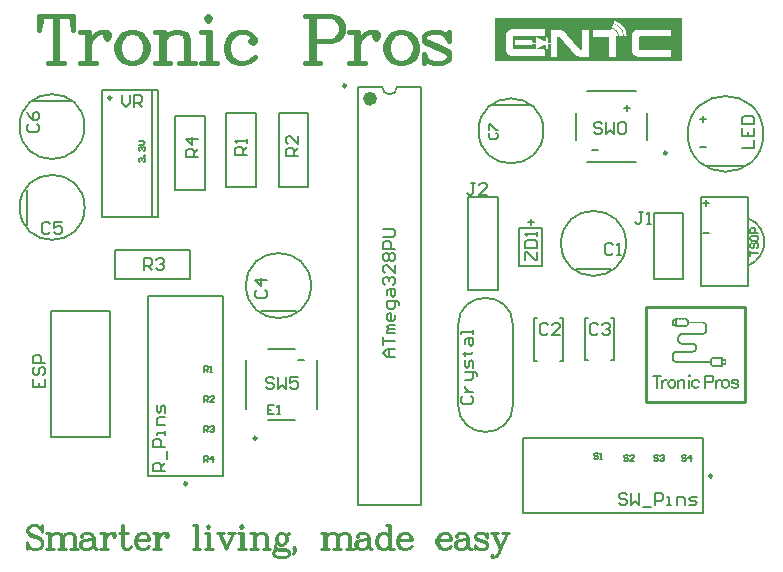
<source format=gto>
G04*
G04 #@! TF.GenerationSoftware,Altium Limited,Altium Designer,23.1.1 (15)*
G04*
G04 Layer_Color=65535*
%FSLAX25Y25*%
%MOIN*%
G70*
G04*
G04 #@! TF.SameCoordinates,7FBAD907-ECE7-4216-98B3-75AA29109797*
G04*
G04*
G04 #@! TF.FilePolarity,Positive*
G04*
G01*
G75*
%ADD10C,0.00984*%
%ADD11C,0.00591*%
%ADD12C,0.00500*%
%ADD13C,0.00787*%
%ADD14C,0.02362*%
%ADD15C,0.01000*%
%ADD16C,0.01500*%
%ADD17C,0.00700*%
%ADD18C,0.00701*%
G36*
X247365Y87259D02*
X247737Y87247D01*
X247824Y87210D01*
X247886Y87185D01*
X248195Y87024D01*
X248220Y86999D01*
X248245Y86987D01*
X248344Y86888D01*
X248363Y86881D01*
X248375Y86857D01*
X248437Y86795D01*
X248449Y86770D01*
X248536Y86658D01*
X248598Y86559D01*
X248610Y86510D01*
X248685Y86349D01*
X248722Y86225D01*
X248734Y86076D01*
X248790Y86008D01*
X248864Y85958D01*
X248951Y85946D01*
X249224Y85958D01*
X249273Y85946D01*
X249310Y85958D01*
X253511Y85946D01*
X253548Y85934D01*
X253672Y85921D01*
X253734Y85896D01*
X253827Y85878D01*
X253926Y85840D01*
X254106Y85748D01*
X254192Y85698D01*
X254217Y85673D01*
X254242Y85661D01*
X254397Y85543D01*
X254434Y85506D01*
X254446Y85481D01*
X254583Y85345D01*
X254595Y85320D01*
X254644Y85246D01*
X254657Y85221D01*
X254707Y85172D01*
X254719Y85147D01*
X254855Y84862D01*
X254886Y84719D01*
X254905Y84651D01*
X254929Y84552D01*
X254942Y84316D01*
X254954Y84118D01*
X254942Y83883D01*
X254929Y82966D01*
X254917Y82929D01*
X254905Y82793D01*
X254880Y82731D01*
X254868Y82681D01*
X254818Y82557D01*
X254799Y82489D01*
X254762Y82390D01*
X254731Y82346D01*
X254694Y82309D01*
X254682Y82284D01*
X254583Y82099D01*
X254539Y82068D01*
X254471Y82012D01*
X254415Y81944D01*
X254366Y81894D01*
X254254Y81832D01*
X254229Y81808D01*
X254211Y81801D01*
X254205Y81783D01*
X254180Y81770D01*
X254143Y81733D01*
X254031Y81684D01*
X253913Y81640D01*
X253864Y81628D01*
X253796Y81597D01*
X253715Y81566D01*
X253666Y81554D01*
X253567Y81541D01*
X253430Y81516D01*
X246820Y81510D01*
X246783Y81523D01*
X246535Y81510D01*
X246498Y81498D01*
X246380Y81479D01*
X246256Y81454D01*
X246157Y81417D01*
X246114Y81399D01*
X246046Y81343D01*
X245971Y81293D01*
X245953Y81275D01*
X245928Y81262D01*
X245860Y81194D01*
X245847Y81169D01*
X245804Y81126D01*
X245779Y81114D01*
X245736Y81033D01*
X245649Y80847D01*
X245612Y80723D01*
X245600Y80599D01*
X245612Y80364D01*
X245606Y79875D01*
X245618Y79664D01*
X245631Y79590D01*
X245668Y79491D01*
X245829Y79230D01*
X245847Y79212D01*
X245860Y79187D01*
X245903Y79144D01*
X246039Y79069D01*
X246101Y79007D01*
X246126Y78995D01*
X246238Y78945D01*
X246337Y78921D01*
X246424Y78908D01*
X246473Y78896D01*
X246597Y78883D01*
X246647Y78871D01*
X250011Y78877D01*
X250184Y78865D01*
X250333Y78840D01*
X250438Y78809D01*
X250568Y78778D01*
X250841Y78642D01*
X250940Y78580D01*
X251008Y78512D01*
X251033Y78499D01*
X251070Y78462D01*
X251095Y78450D01*
X251212Y78332D01*
X251225Y78307D01*
X251299Y78233D01*
X251386Y78072D01*
X251411Y78047D01*
X251423Y78022D01*
X251510Y77836D01*
X251535Y77774D01*
X251559Y77688D01*
X251596Y77539D01*
X251609Y77415D01*
X251621Y77328D01*
X251609Y77031D01*
X251596Y76994D01*
X251566Y76851D01*
X251553Y76789D01*
X251541Y76740D01*
X251504Y76641D01*
X251380Y76393D01*
X251330Y76319D01*
X251311Y76300D01*
X251299Y76275D01*
X251225Y76201D01*
X251212Y76176D01*
X251082Y76046D01*
X251058Y76034D01*
X251033Y76009D01*
X251008Y75996D01*
X250946Y75934D01*
X250927Y75928D01*
X250921Y75922D01*
X250834Y75860D01*
X250810Y75848D01*
X250723Y75798D01*
X250562Y75724D01*
X250413Y75687D01*
X250326Y75662D01*
X250277Y75649D01*
X250190Y75637D01*
X249769Y75625D01*
X244652Y75612D01*
X244615Y75600D01*
X244503Y75587D01*
X244466Y75575D01*
X244404Y75550D01*
X244379Y75538D01*
X244292Y75488D01*
X244181Y75426D01*
X244032Y75278D01*
X244007Y75265D01*
X243964Y75222D01*
X243939Y75160D01*
X243877Y75024D01*
X243840Y74937D01*
X243803Y74788D01*
X243791Y74590D01*
X243803Y73599D01*
X243828Y73537D01*
X243871Y73419D01*
X244007Y73184D01*
X244082Y73110D01*
X244107Y73097D01*
X244144Y73060D01*
X244168Y73048D01*
X244206Y73010D01*
X244231Y72998D01*
X244317Y72936D01*
X244429Y72886D01*
X244478Y72874D01*
X244602Y72862D01*
X244776Y72849D01*
X244813Y72837D01*
X244980Y72843D01*
X244986Y72837D01*
X245011Y72849D01*
X245048Y72837D01*
X245711Y72843D01*
X245866Y72837D01*
X245878Y72849D01*
X245916Y72837D01*
X246132Y72843D01*
X246337Y72837D01*
X246362Y72849D01*
X246399Y72837D01*
X246424Y72849D01*
X246461Y72837D01*
X246603Y72843D01*
X246634Y72837D01*
X246671Y72849D01*
X246708Y72837D01*
X246758Y72849D01*
X246771Y72837D01*
X246783Y72849D01*
X246808Y72837D01*
X246820Y72849D01*
X246857Y72837D01*
X247433Y72843D01*
X247625Y72837D01*
X247663Y72849D01*
X247749Y72837D01*
X250550Y72849D01*
X250562Y72837D01*
X250599Y72849D01*
X251621Y72843D01*
X252495Y72849D01*
X252507Y72837D01*
X252544Y72849D01*
X252582Y72837D01*
X253183Y72843D01*
X253238Y72837D01*
X253275Y72849D01*
X253300Y72837D01*
X253337Y72849D01*
X253536Y72837D01*
X255580Y72849D01*
X255648Y72905D01*
X255685Y72942D01*
X255710Y73004D01*
X255729Y73072D01*
X255741Y73134D01*
X255753Y73184D01*
X255791Y73283D01*
X255822Y73351D01*
X255871Y73463D01*
X255884Y73487D01*
X255939Y73555D01*
X255995Y73611D01*
X256008Y73636D01*
X256057Y73686D01*
X256069Y73710D01*
X256162Y73803D01*
X256187Y73816D01*
X256224Y73853D01*
X256311Y73902D01*
X256373Y73964D01*
X256497Y74002D01*
X256608Y74051D01*
X256757Y74088D01*
X256918Y74101D01*
X257042Y74113D01*
X259316Y74107D01*
X259532Y74113D01*
X259570Y74101D01*
X259855Y74113D01*
X259892Y74101D01*
X259991Y74076D01*
X260078Y74026D01*
X260096Y74008D01*
X260121Y73946D01*
X260140Y73865D01*
X260164Y73717D01*
X260177Y73667D01*
X260202Y73605D01*
X260245Y73537D01*
X260313Y73506D01*
X260468Y73512D01*
X260604Y73500D01*
X260623Y73494D01*
X260660Y73506D01*
X260821Y73518D01*
X260933Y73506D01*
X260970Y73518D01*
X261069Y73506D01*
X261168Y73444D01*
X261193Y73432D01*
X261211Y73413D01*
X261224Y73388D01*
X261261Y73302D01*
X261267Y73246D01*
X261255Y73147D01*
X261249Y73066D01*
X261261Y73029D01*
X261255Y72725D01*
X261261Y71678D01*
X261211Y71592D01*
X261168Y71548D01*
X261143Y71536D01*
X261032Y71486D01*
X260982Y71474D01*
X260945Y71486D01*
X260809Y71474D01*
X260772Y71461D01*
X260462Y71474D01*
X260251Y71461D01*
X260195Y71418D01*
X260171Y71356D01*
X260158Y71307D01*
X260146Y71121D01*
X260059Y70960D01*
X260040Y70941D01*
X259960Y70910D01*
X259861Y70885D01*
X259737Y70873D01*
X259495Y70867D01*
X259458Y70879D01*
X259272Y70892D01*
X259235Y70879D01*
X257215Y70867D01*
X257178Y70854D01*
X257141Y70867D01*
X256993Y70879D01*
X256955Y70892D01*
X256831Y70904D01*
X256782Y70916D01*
X256664Y70935D01*
X256565Y70972D01*
X256435Y71028D01*
X256299Y71102D01*
X256274Y71127D01*
X256249Y71139D01*
X256181Y71195D01*
X256138Y71226D01*
X256032Y71331D01*
X256020Y71356D01*
X255970Y71406D01*
X255958Y71431D01*
X255871Y71567D01*
X255822Y71654D01*
X255797Y71715D01*
X255785Y71765D01*
X255753Y71846D01*
X255735Y71864D01*
X255710Y71951D01*
X255698Y72100D01*
X255630Y72168D01*
X255580Y72180D01*
X254236Y72174D01*
X254118Y72180D01*
X254081Y72168D01*
X244639Y72180D01*
X244602Y72193D01*
X244484Y72211D01*
X244410Y72224D01*
X244348Y72236D01*
X244299Y72248D01*
X244199Y72285D01*
X244131Y72316D01*
X244014Y72360D01*
X243946Y72403D01*
X243908Y72440D01*
X243797Y72502D01*
X243747Y72552D01*
X243722Y72564D01*
X243698Y72589D01*
X243673Y72601D01*
X243605Y72670D01*
X243592Y72694D01*
X243543Y72744D01*
X243537Y72763D01*
X243518Y72769D01*
X243506Y72794D01*
X243431Y72868D01*
X243419Y72893D01*
X243394Y72917D01*
X243258Y73202D01*
X243208Y73364D01*
X243183Y73450D01*
X243171Y73611D01*
X243159Y73809D01*
X243146Y73971D01*
X243159Y74280D01*
X243171Y74912D01*
X243183Y74949D01*
X243196Y75086D01*
X243221Y75148D01*
X243270Y75259D01*
X243326Y75414D01*
X243344Y75433D01*
X243357Y75457D01*
X243382Y75482D01*
X243394Y75507D01*
X243456Y75594D01*
X243468Y75618D01*
X243512Y75674D01*
X243537Y75687D01*
X243555Y75705D01*
X243568Y75730D01*
X243605Y75767D01*
X243617Y75792D01*
X243735Y75910D01*
X243760Y75922D01*
X243834Y75972D01*
X243946Y76034D01*
X243970Y76058D01*
X244057Y76095D01*
X244138Y76126D01*
X244292Y76195D01*
X244435Y76226D01*
X244509Y76238D01*
X244571Y76250D01*
X244739Y76269D01*
X245160Y76257D01*
X246808Y76269D01*
X246832Y76257D01*
X246870Y76269D01*
X246919Y76257D01*
X247006Y76269D01*
X247056Y76257D01*
X247217Y76269D01*
X248703Y76257D01*
X248741Y76269D01*
X250116Y76281D01*
X250153Y76294D01*
X250283Y76325D01*
X250333Y76337D01*
X250512Y76418D01*
X250537Y76430D01*
X250605Y76486D01*
X250642Y76523D01*
X250655Y76548D01*
X250791Y76684D01*
X250803Y76709D01*
X250853Y76783D01*
X250866Y76833D01*
X250890Y76858D01*
X250915Y76920D01*
X250952Y77043D01*
X250965Y77093D01*
X250989Y77266D01*
X250971Y77384D01*
X250958Y77446D01*
X250934Y77545D01*
X250834Y77768D01*
X250816Y77787D01*
X250803Y77812D01*
X250748Y77880D01*
X250698Y77929D01*
X250673Y77942D01*
X250642Y77973D01*
X250630Y77997D01*
X250599Y78028D01*
X250574Y78041D01*
X250512Y78066D01*
X250401Y78127D01*
X250265Y78189D01*
X250215Y78202D01*
X250060Y78220D01*
X249986Y78233D01*
X249825Y78245D01*
X249732Y78251D01*
X249695Y78239D01*
X246349Y78251D01*
X246312Y78264D01*
X246108Y78307D01*
X245971Y78357D01*
X245767Y78450D01*
X245699Y78505D01*
X245680Y78524D01*
X245655Y78536D01*
X245618Y78574D01*
X245593Y78586D01*
X245507Y78648D01*
X245482Y78660D01*
X245451Y78691D01*
X245439Y78716D01*
X245364Y78790D01*
X245358Y78809D01*
X245339Y78815D01*
X245327Y78840D01*
X245302Y78852D01*
X245290Y78877D01*
X245265Y78902D01*
X245253Y78927D01*
X245203Y79014D01*
X245092Y79175D01*
X245067Y79261D01*
X244980Y79534D01*
X244968Y79621D01*
X244937Y80122D01*
X244949Y80221D01*
X244955Y80302D01*
X244943Y80339D01*
X244955Y80661D01*
X244968Y80699D01*
X244980Y80884D01*
X245005Y80946D01*
X245030Y81046D01*
X245048Y81114D01*
X245116Y81256D01*
X245129Y81281D01*
X245209Y81399D01*
X245228Y81417D01*
X245240Y81442D01*
X245302Y81529D01*
X245315Y81554D01*
X245389Y81628D01*
X245401Y81653D01*
X245445Y81684D01*
X245500Y81739D01*
X245513Y81764D01*
X245593Y81845D01*
X245618Y81857D01*
X245829Y81969D01*
X245891Y82006D01*
X246008Y82049D01*
X246188Y82105D01*
X246275Y82117D01*
X246324Y82130D01*
X246448Y82142D01*
X246622Y82154D01*
X246659Y82142D01*
X247080Y82154D01*
X252600Y82148D01*
X253015Y82154D01*
X253052Y82142D01*
X253214Y82154D01*
X253467Y82173D01*
X253517Y82185D01*
X253616Y82223D01*
X253666Y82235D01*
X253728Y82260D01*
X253771Y82278D01*
X253883Y82365D01*
X253969Y82427D01*
X254031Y82464D01*
X254062Y82495D01*
X254075Y82520D01*
X254149Y82656D01*
X254211Y82743D01*
X254223Y82768D01*
X254260Y82854D01*
X254279Y83022D01*
X254291Y83158D01*
X254304Y83319D01*
X254310Y83994D01*
X254298Y84032D01*
X254310Y84193D01*
X254298Y84378D01*
X254285Y84416D01*
X254273Y84502D01*
X254260Y84552D01*
X254242Y84645D01*
X254217Y84707D01*
X254168Y84781D01*
X254075Y84936D01*
X254037Y84973D01*
X254025Y84998D01*
X253907Y85116D01*
X253821Y85165D01*
X253709Y85227D01*
X253647Y85252D01*
X253560Y85264D01*
X253511Y85277D01*
X253449Y85302D01*
X253399Y85314D01*
X252365Y85320D01*
X249286Y85314D01*
X249249Y85326D01*
X249013Y85314D01*
X248976Y85326D01*
X248864Y85314D01*
X248778Y85252D01*
X248747Y85184D01*
X248734Y85134D01*
X248722Y85010D01*
X248697Y84948D01*
X248654Y84831D01*
X248517Y84595D01*
X248449Y84527D01*
X248437Y84502D01*
X248363Y84428D01*
X248350Y84403D01*
X248294Y84347D01*
X248270Y84335D01*
X248202Y84279D01*
X248183Y84261D01*
X248158Y84248D01*
X248109Y84199D01*
X247923Y84112D01*
X247811Y84062D01*
X247762Y84050D01*
X247675Y84038D01*
X247495Y84019D01*
X246764Y84007D01*
X245804Y84001D01*
X245767Y84013D01*
X244670Y84007D01*
X244546Y84019D01*
X244447Y84056D01*
X244336Y84168D01*
X244311Y84230D01*
X244299Y84279D01*
X244286Y84366D01*
X244274Y84478D01*
X244206Y84570D01*
X244144Y84595D01*
X244094Y84608D01*
X243518Y84601D01*
X243444Y84614D01*
X243394Y84626D01*
X243301Y84670D01*
X243276Y84694D01*
X243252Y84707D01*
X243221Y84738D01*
X243208Y84763D01*
X243171Y84849D01*
X243152Y85549D01*
X243146Y85754D01*
X243159Y85791D01*
X243165Y86107D01*
X243152Y86181D01*
X243146Y86249D01*
X243159Y86287D01*
X243177Y86379D01*
X243196Y86497D01*
X243233Y86559D01*
X243276Y86602D01*
X243363Y86640D01*
X243413Y86652D01*
X243499Y86664D01*
X244168Y86677D01*
X244255Y86726D01*
X244274Y86745D01*
X244286Y86795D01*
X244299Y87018D01*
X244323Y87080D01*
X244373Y87166D01*
X244416Y87197D01*
X244491Y87247D01*
X244577Y87259D01*
X244608Y87265D01*
X244615Y87259D01*
X244652Y87272D01*
X244689Y87259D01*
X245116Y87265D01*
X245135Y87259D01*
X245172Y87272D01*
X246269Y87265D01*
X246312Y87272D01*
X246349Y87259D01*
X246473Y87272D01*
X246708Y87259D01*
X247223Y87265D01*
X247241Y87259D01*
X247278Y87272D01*
X247365Y87259D01*
D02*
G37*
G36*
X246589Y187035D02*
X246586Y172662D01*
X223719D01*
X184089Y172665D01*
X184092Y187038D01*
X246589Y187035D01*
D02*
G37*
%LPC*%
G36*
X244131Y86033D02*
X243883Y86020D01*
X243853Y85989D01*
X243840Y85964D01*
X243791Y85853D01*
X243797Y85698D01*
X243791Y85692D01*
X243803Y85655D01*
X243791Y85531D01*
X243803Y85357D01*
X243859Y85289D01*
X243958Y85264D01*
X244193Y85277D01*
X244218Y85302D01*
X244243Y85314D01*
X244274Y85370D01*
X244286Y85419D01*
Y85680D01*
Y85692D01*
X244274Y85927D01*
X244218Y85995D01*
X244131Y86033D01*
D02*
G37*
G36*
X245346Y86640D02*
X245308Y86627D01*
X245023Y86615D01*
X244955Y86559D01*
X244918Y86472D01*
X244931Y86051D01*
X244924Y85004D01*
X244931Y84899D01*
X244918Y84862D01*
X244912Y84794D01*
X244924Y84732D01*
X244974Y84682D01*
X245023Y84670D01*
X245061Y84657D01*
X245110Y84645D01*
X245389Y84651D01*
X245593Y84645D01*
X245631Y84657D01*
X245940Y84645D01*
X246962Y84651D01*
X247266Y84645D01*
X247303Y84657D01*
X247489Y84670D01*
X247526Y84682D01*
X247700Y84707D01*
X247855Y84825D01*
X248003Y84973D01*
X248041Y85060D01*
X248059Y85141D01*
X248090Y85246D01*
X248102Y85295D01*
X248115Y85419D01*
X248121Y85834D01*
X248109Y85946D01*
X248084Y86095D01*
X248072Y86144D01*
X247978Y86324D01*
X247910Y86417D01*
X247886Y86429D01*
X247811Y86479D01*
X247786Y86491D01*
X247737Y86541D01*
X247712Y86553D01*
X247650Y86578D01*
X247551Y86590D01*
X247514Y86602D01*
X247415Y86627D01*
X246851Y86621D01*
X246560Y86627D01*
X246547D01*
X245550Y86621D01*
X245426Y86633D01*
X245346Y86640D01*
D02*
G37*
G36*
X259384Y73494D02*
X258888Y73481D01*
X258802Y73494D01*
X258448Y73487D01*
X258442Y73494D01*
X258405Y73481D01*
X258393Y73494D01*
X258355Y73481D01*
X257971Y73494D01*
X257482Y73487D01*
X257327Y73494D01*
X257290Y73481D01*
X256949Y73487D01*
X256900Y73475D01*
X256801Y73438D01*
X256664Y73376D01*
X256559Y73308D01*
X256491Y73240D01*
X256392Y73029D01*
X256367Y72967D01*
X256342Y72868D01*
X256348Y72639D01*
X256336Y72403D01*
X256330Y72186D01*
X256342Y72149D01*
X256361Y72069D01*
X256385Y71970D01*
X256423Y71870D01*
X256435Y71858D01*
X256441Y71852D01*
X256453Y71827D01*
X256658Y71623D01*
X256683Y71610D01*
X256794Y71561D01*
X256893Y71536D01*
X256980Y71523D01*
X257253Y71536D01*
X257290Y71523D01*
X259229Y71530D01*
X259409Y71523D01*
X259477Y71567D01*
X259489Y71592D01*
X259514Y71654D01*
X259520Y72775D01*
X259514Y72781D01*
X259526Y72794D01*
X259514Y72831D01*
X259526Y73054D01*
X259514Y73091D01*
X259520Y73370D01*
X259477Y73438D01*
X259433Y73481D01*
X259384Y73494D01*
D02*
G37*
G36*
X260524Y72899D02*
X260251Y72886D01*
X260226Y72862D01*
X260202Y72849D01*
X260171Y72781D01*
Y72732D01*
Y72719D01*
X260164Y72255D01*
X260177Y72205D01*
X260208Y72162D01*
X260239Y72131D01*
X260338Y72106D01*
X260443Y72112D01*
X260548Y72106D01*
X260635Y72155D01*
X260666Y72224D01*
X260679Y72273D01*
X260685Y72800D01*
X260654Y72843D01*
X260635Y72862D01*
X260611Y72874D01*
X260573Y72886D01*
X260524Y72899D01*
D02*
G37*
G36*
X223663Y185082D02*
X223639Y185076D01*
X223580Y185079D01*
X223549Y185067D01*
X223543Y185055D01*
X223515Y185021D01*
X223481Y184993D01*
X223475Y184912D01*
X223465Y184903D01*
X223434Y184885D01*
X223425Y184875D01*
X223419Y184850D01*
X223422Y184699D01*
X223413Y184677D01*
X223403Y184668D01*
X223372Y184649D01*
X223363Y184640D01*
X223357Y184615D01*
X223363Y184572D01*
X223341Y184544D01*
X223310Y184526D01*
X223301Y184498D01*
X223295Y184380D01*
X223280Y184365D01*
X223249Y184346D01*
X223242Y184321D01*
X223239Y184312D01*
X223246Y184293D01*
X223239Y184269D01*
X223230Y184253D01*
X223218Y184247D01*
X223184Y184219D01*
X223177Y183972D01*
X223162Y183956D01*
X223150Y183950D01*
X223134Y183941D01*
X223128Y183916D01*
X223134Y183897D01*
X223143Y183888D01*
X223230Y183882D01*
X223261Y183832D01*
X223304Y183826D01*
X223366Y183832D01*
X223403Y183826D01*
X223413Y183817D01*
X223434Y183777D01*
X223459Y183771D01*
X223521Y183764D01*
X223536Y183749D01*
X223555Y183718D01*
X223583Y183709D01*
X223626Y183715D01*
X223654Y183693D01*
X223673Y183662D01*
X223682Y183653D01*
X223762Y183647D01*
X223772Y183637D01*
X223778Y183625D01*
X223799Y183597D01*
X223836Y183591D01*
X223855Y183597D01*
X223886Y183579D01*
X223895Y183569D01*
X223902Y183557D01*
X223911Y183542D01*
X223936Y183535D01*
X223997Y183529D01*
X224007Y183520D01*
X224025Y183489D01*
X224041Y183473D01*
X224053Y183467D01*
X224069Y183458D01*
X224075Y183446D01*
X224096Y183418D01*
X224171Y183412D01*
X224186Y183396D01*
X224192Y183384D01*
X224208Y183362D01*
X224220Y183356D01*
X224248Y183334D01*
X224254Y183322D01*
X224264Y183306D01*
X224276Y183300D01*
X224288Y183288D01*
X224301Y183282D01*
X224316Y183266D01*
X224322Y183254D01*
X224338Y183238D01*
X224350Y183232D01*
X224366Y183217D01*
X224372Y183204D01*
X224394Y183176D01*
X224474Y183170D01*
X224483Y183161D01*
X224502Y183130D01*
X224511Y183121D01*
X224523Y183115D01*
X224551Y183087D01*
X224557Y183074D01*
X224573Y183059D01*
X224585Y183053D01*
X224607Y183031D01*
X224613Y183019D01*
X224629Y183003D01*
X224641Y182997D01*
X224663Y182981D01*
X224669Y182957D01*
X224675Y182901D01*
X224691Y182886D01*
X224703Y182879D01*
X224731Y182852D01*
X224737Y182839D01*
X224752Y182824D01*
X224765Y182817D01*
X224793Y182790D01*
X224799Y182777D01*
X224814Y182762D01*
X224827Y182755D01*
X224842Y182740D01*
X224848Y182728D01*
X224858Y182712D01*
X224870Y182706D01*
X224882Y182694D01*
X224895Y182687D01*
X224920Y182650D01*
X224932Y182644D01*
X224966Y182616D01*
X224972Y182536D01*
X225009Y182511D01*
X225022Y182499D01*
X225028Y182486D01*
X225049Y182465D01*
X225062Y182458D01*
X225077Y182449D01*
X225084Y182424D01*
X225090Y182363D01*
X225105Y182347D01*
X225136Y182328D01*
X225146Y182301D01*
X225139Y182264D01*
X225158Y182233D01*
X225192Y182211D01*
X225201Y182202D01*
X225207Y182158D01*
X225201Y182134D01*
X225207Y182065D01*
X225223Y182050D01*
X225254Y182032D01*
X225263Y182022D01*
X225260Y181908D01*
X225269Y181886D01*
X225285Y181871D01*
X225316Y181852D01*
X225325Y181818D01*
X225319Y181719D01*
X225347Y181691D01*
X225374Y181676D01*
X225381Y181651D01*
X225377Y181444D01*
X225384Y181419D01*
X225396Y181400D01*
X225427Y181382D01*
X225436Y181372D01*
X225443Y181348D01*
X225439Y181264D01*
X225443Y181063D01*
X225436Y181044D01*
X225446Y180998D01*
X225458Y180986D01*
X225483Y180979D01*
X226789Y180986D01*
X226804Y181001D01*
X226810Y181081D01*
X226826Y181097D01*
X226838Y181103D01*
X226860Y181119D01*
X226866Y181143D01*
X226860Y181193D01*
X226844Y181208D01*
X226832Y181215D01*
X226810Y181230D01*
X226804Y181255D01*
X226807Y181536D01*
X226798Y181558D01*
X226789Y181567D01*
X226758Y181586D01*
X226748Y181595D01*
X226742Y181620D01*
X226748Y181719D01*
X226742Y181966D01*
X226727Y181982D01*
X226696Y182001D01*
X226687Y182028D01*
X226680Y182053D01*
X226687Y182072D01*
X226690Y182118D01*
X226683Y182143D01*
X226677Y182155D01*
X226665Y182161D01*
X226637Y182177D01*
X226631Y182189D01*
X226625Y182208D01*
X226628Y182285D01*
X226625Y182319D01*
X226631Y182338D01*
X226625Y182381D01*
X226609Y182397D01*
X226578Y182415D01*
X226569Y182424D01*
X226563Y182505D01*
X226547Y182520D01*
X226516Y182539D01*
X226507Y182548D01*
X226501Y182629D01*
X226451Y182660D01*
X226448Y182694D01*
X226451Y182734D01*
X226430Y182755D01*
X226399Y182774D01*
X226389Y182783D01*
X226383Y182864D01*
X226374Y182873D01*
X226343Y182892D01*
X226334Y182901D01*
X226327Y182926D01*
X226334Y183019D01*
X226318Y183046D01*
X226306Y183053D01*
X226278Y183074D01*
X226272Y183087D01*
X226256Y183108D01*
X226244Y183115D01*
X226210Y183142D01*
X226204Y183217D01*
X226188Y183232D01*
X226176Y183238D01*
X226154Y183260D01*
X226148Y183272D01*
X226126Y183294D01*
X226114Y183300D01*
X226098Y183309D01*
X226092Y183334D01*
X226086Y183396D01*
X226071Y183412D01*
X226043Y183427D01*
X226037Y183439D01*
X226015Y183467D01*
X226003Y183473D01*
X225969Y183508D01*
X225962Y183520D01*
X225953Y183529D01*
X225922Y183548D01*
X225913Y183575D01*
X225907Y183637D01*
X225869Y183662D01*
X225857Y183675D01*
X225851Y183687D01*
X225829Y183709D01*
X225817Y183715D01*
X225795Y183737D01*
X225789Y183817D01*
X225780Y183826D01*
X225746Y183829D01*
X225712Y183826D01*
X225678Y183854D01*
X225672Y183866D01*
X225644Y183894D01*
X225631Y183900D01*
X225622Y183910D01*
X225616Y183922D01*
X225588Y183950D01*
X225576Y183956D01*
X225560Y183972D01*
X225554Y183984D01*
X225526Y184012D01*
X225514Y184018D01*
X225498Y184034D01*
X225492Y184046D01*
X225470Y184068D01*
X225458Y184074D01*
X225443Y184089D01*
X225436Y184102D01*
X225409Y184129D01*
X225368Y184151D01*
X225362Y184163D01*
X225353Y184173D01*
X225328Y184179D01*
X225316D01*
X225278Y184191D01*
X225263Y184207D01*
X225257Y184238D01*
X225263Y184256D01*
X225257Y184287D01*
X225241Y184303D01*
X225161Y184309D01*
X225146Y184324D01*
X225127Y184355D01*
X225090Y184380D01*
X225084Y184392D01*
X225062Y184420D01*
X225037Y184426D01*
X225012Y184420D01*
X224978Y184430D01*
X224947Y184473D01*
X224938Y184482D01*
X224926Y184488D01*
X224904Y184510D01*
X224898Y184522D01*
X224876Y184544D01*
X224864Y184550D01*
X224842Y184572D01*
X224836Y184584D01*
X224821Y184600D01*
X224746Y184606D01*
X224731Y184622D01*
X224712Y184652D01*
X224703Y184662D01*
X224623Y184668D01*
X224613Y184677D01*
X224595Y184708D01*
X224585Y184717D01*
X224561Y184724D01*
X224523Y184717D01*
X224496Y184733D01*
X224474Y184773D01*
X224431Y184785D01*
X224387Y184779D01*
X224325Y184785D01*
X224294Y184835D01*
X224270Y184841D01*
X224208Y184847D01*
X224192Y184863D01*
X224174Y184894D01*
X224149Y184900D01*
X224103Y184897D01*
X224081Y184912D01*
X224075Y184925D01*
X224053Y184952D01*
X224041Y184959D01*
X224019Y184980D01*
X224001Y185011D01*
X223979Y185014D01*
X223963Y185005D01*
X223939Y184962D01*
X223911Y184959D01*
X223895Y184974D01*
X223874Y185014D01*
X223849Y185021D01*
X223750Y185014D01*
X223716Y185042D01*
X223697Y185073D01*
X223663Y185082D01*
D02*
G37*
G36*
X223242Y183597D02*
X223218Y183591D01*
X223041Y183594D01*
X223020Y183585D01*
X223004Y183569D01*
X222998Y183526D01*
X223004Y183508D01*
X223007Y183467D01*
X223001Y183436D01*
X222983Y183418D01*
X222952Y183399D01*
X222942Y183371D01*
X222936Y183309D01*
X222927Y183300D01*
X222896Y183282D01*
X222887Y183272D01*
X222880Y183229D01*
X222887Y183186D01*
X222880Y183136D01*
X222865Y183121D01*
X222834Y183102D01*
X222825Y183093D01*
X222818Y183012D01*
X222809Y183003D01*
X222784Y182997D01*
X216983Y183000D01*
X216961Y182991D01*
X216945Y182975D01*
X216930Y182947D01*
X216917Y182941D01*
X216883Y182913D01*
X216890Y180760D01*
X216905Y180744D01*
X216930Y180738D01*
X217014Y180741D01*
X221961Y180738D01*
X221980Y180744D01*
X222036Y180738D01*
X222051Y180723D01*
X222057Y180679D01*
X222051Y180636D01*
X222057Y173989D01*
X222067Y173974D01*
X222091Y173968D01*
X224356Y173974D01*
X224366Y173983D01*
X224372Y174008D01*
X224366Y174051D01*
X224381Y174079D01*
X224394Y174085D01*
X224428Y174113D01*
X224431Y174153D01*
X224428Y180846D01*
X224434Y180865D01*
X224428Y180890D01*
X224406Y180911D01*
X224375Y180930D01*
X224372Y180964D01*
X224387Y180979D01*
X224412Y180986D01*
X224493Y180979D01*
X225124Y180986D01*
X225139Y181001D01*
X225146Y181044D01*
X225139Y181088D01*
X225142Y181363D01*
X225118Y181394D01*
X225087Y181413D01*
X225077Y181447D01*
X225084Y181490D01*
X225077Y181676D01*
X225068Y181685D01*
X225028Y181707D01*
X225022Y181731D01*
X225025Y181833D01*
X225015Y181855D01*
X225006Y181864D01*
X224975Y181883D01*
X224966Y181892D01*
X224960Y181917D01*
X224966Y182016D01*
X224951Y182038D01*
X224938Y182044D01*
X224904Y182072D01*
X224901Y182112D01*
X224907Y182161D01*
X224910Y182171D01*
X224898Y182208D01*
X224889Y182217D01*
X224876Y182223D01*
X224848Y182245D01*
X224830Y182276D01*
X224796Y182298D01*
X224786Y182307D01*
X224780Y182387D01*
X224771Y182397D01*
X224740Y182415D01*
X224731Y182424D01*
X224725Y182437D01*
X224697Y182465D01*
X224684Y182471D01*
X224669Y182486D01*
X224663Y182499D01*
X224635Y182527D01*
X224623Y182533D01*
X224607Y182548D01*
X224601Y182623D01*
X224585Y182638D01*
X224554Y182657D01*
X224545Y182684D01*
X224539Y182746D01*
X224530Y182755D01*
X224505Y182762D01*
X224443Y182768D01*
X224434Y182777D01*
X224415Y182808D01*
X224406Y182817D01*
X224394Y182824D01*
X224372Y182839D01*
X224366Y182882D01*
X224372Y182901D01*
X224353Y182932D01*
X224325Y182941D01*
X224307Y182935D01*
X224270Y182941D01*
X224260Y182950D01*
X224254Y182963D01*
X224226Y182997D01*
X224214Y183003D01*
X224192Y183025D01*
X224186Y183037D01*
X224171Y183053D01*
X224158Y183059D01*
X224131Y183087D01*
X224124Y183099D01*
X224109Y183115D01*
X224096Y183121D01*
X224069Y183149D01*
X224062Y183161D01*
X224047Y183176D01*
X224035Y183183D01*
X224007Y183210D01*
X224001Y183223D01*
X223991Y183232D01*
X223967Y183238D01*
X223929Y183232D01*
X223902Y183248D01*
X223880Y183288D01*
X223855Y183294D01*
X223793Y183300D01*
X223778Y183316D01*
X223759Y183347D01*
X223750Y183356D01*
X223670Y183362D01*
X223648Y183396D01*
X223632Y183412D01*
X223620Y183418D01*
X223598Y183439D01*
X223592Y183452D01*
X223570Y183473D01*
X223490Y183467D01*
X223484D01*
X223447Y183473D01*
X223425Y183489D01*
X223410Y183523D01*
X223379Y183535D01*
X223332Y183532D01*
X223310Y183542D01*
X223286Y183585D01*
X223242Y183597D01*
D02*
G37*
G36*
X200616Y183418D02*
X200517Y183412D01*
X190420Y183415D01*
X190396Y183402D01*
X190374Y183362D01*
X190343Y183350D01*
X190244Y183356D01*
X189755Y183350D01*
X189734Y183328D01*
X189718Y183300D01*
X189693Y183294D01*
X189535Y183297D01*
X189514Y183288D01*
X189498Y183272D01*
X189480Y183241D01*
X189452Y183232D01*
X189372Y183238D01*
X189353Y183232D01*
X189334Y183238D01*
X189279Y183232D01*
X189263Y183217D01*
X189245Y183186D01*
X189235Y183176D01*
X189192Y183170D01*
X189173Y183176D01*
X189099Y183170D01*
X189084Y183155D01*
X189065Y183124D01*
X189037Y183115D01*
X188997Y183118D01*
X188975Y183108D01*
X188966Y183099D01*
X188948Y183068D01*
X188938Y183059D01*
X188858Y183053D01*
X188849Y183043D01*
X188827Y183003D01*
X188802Y182997D01*
X188740Y182991D01*
X188725Y182975D01*
X188709Y182947D01*
X188697Y182941D01*
X188669Y182920D01*
X188663Y182907D01*
X188654Y182892D01*
X188641Y182886D01*
X188629Y182873D01*
X188617Y182867D01*
X188607Y182858D01*
X188589Y182827D01*
X188561Y182817D01*
X188521Y182820D01*
X188499Y182811D01*
X188474Y182774D01*
X188462Y182762D01*
X188449Y182755D01*
X188428Y182734D01*
X188421Y182721D01*
X188406Y182706D01*
X188394Y182700D01*
X188366Y182672D01*
X188360Y182660D01*
X188344Y182644D01*
X188332Y182638D01*
X188304Y182610D01*
X188298Y182598D01*
X188282Y182582D01*
X188270Y182576D01*
X188248Y182554D01*
X188242Y182542D01*
X188220Y182520D01*
X188208Y182514D01*
X188192Y182499D01*
X188186Y182474D01*
X188192Y182449D01*
X188186Y182424D01*
X188171Y182409D01*
X188140Y182390D01*
X188131Y182381D01*
X188109Y182341D01*
X188097Y182335D01*
X188075Y182313D01*
X188069Y182245D01*
X188053Y182229D01*
X188022Y182211D01*
X188013Y182202D01*
X188007Y182158D01*
X188013Y182134D01*
X188007Y182010D01*
X187985Y181988D01*
X187957Y181973D01*
X187951Y181948D01*
X187948Y181926D01*
X187957Y181855D01*
X187936Y181815D01*
X187905Y181796D01*
X187896Y181787D01*
X187889Y181762D01*
X187896Y181676D01*
X187889Y181657D01*
X187892Y181425D01*
X187877Y181403D01*
X187868Y181394D01*
X187837Y181376D01*
X187827Y181341D01*
X187834Y181298D01*
X187830Y176387D01*
X187843Y176356D01*
X187886Y176326D01*
X187896Y176298D01*
X187889Y176180D01*
X187892Y176022D01*
X187889Y175963D01*
X187917Y175929D01*
X187945Y175914D01*
X187957Y175871D01*
X187951Y175827D01*
X187957Y175765D01*
X188007Y175734D01*
X188013Y175710D01*
X188010Y175608D01*
X188019Y175586D01*
X188029Y175577D01*
X188063Y175561D01*
X188069Y175536D01*
X188075Y175475D01*
X188090Y175459D01*
X188121Y175441D01*
X188131Y175413D01*
X188137Y175351D01*
X188146Y175341D01*
X188177Y175323D01*
X188186Y175314D01*
X188192Y175301D01*
X188208Y175280D01*
X188239Y175261D01*
X188248Y175252D01*
X188254Y175171D01*
X188292Y175146D01*
X188310Y175128D01*
X188316Y175116D01*
X188332Y175100D01*
X188344Y175094D01*
X188366Y175072D01*
X188372Y175060D01*
X188381Y175044D01*
X188406Y175038D01*
X188468Y175032D01*
X188483Y175016D01*
X188490Y175004D01*
X188499Y174989D01*
X188511Y174983D01*
X188524Y174970D01*
X188536Y174964D01*
X188551Y174942D01*
X188579Y174914D01*
X188592Y174908D01*
X188601Y174899D01*
X188607Y174887D01*
X188641Y174853D01*
X188654Y174846D01*
X188663Y174837D01*
X188669Y174825D01*
X188678Y174809D01*
X188691Y174803D01*
X188734Y174772D01*
X188753Y174753D01*
X188784Y174741D01*
X188883Y174735D01*
X188898Y174720D01*
X188917Y174688D01*
X188944Y174679D01*
X188985Y174682D01*
X189006Y174673D01*
X189016Y174664D01*
X189034Y174633D01*
X189043Y174624D01*
X189124Y174617D01*
X189133Y174608D01*
X189152Y174577D01*
X189167Y174562D01*
X189282Y174565D01*
X189303Y174556D01*
X189313Y174546D01*
X189331Y174515D01*
X189341Y174506D01*
X189365Y174500D01*
X189464Y174506D01*
X189492Y174484D01*
X189511Y174453D01*
X189520Y174444D01*
X189836Y174438D01*
X189851Y174422D01*
X189870Y174391D01*
X189898Y174382D01*
X189975Y174385D01*
X190188Y174382D01*
X190207Y174388D01*
X190250Y174382D01*
X190272Y174361D01*
X190278Y174348D01*
X190287Y174339D01*
X190312Y174345D01*
X190349Y174382D01*
X190374Y174388D01*
X190473Y174382D01*
X191538D01*
X200688Y174385D01*
X200753Y174382D01*
X200780Y174404D01*
X200787Y174429D01*
X200780Y174565D01*
X200783Y176493D01*
X200768Y176514D01*
X200731Y176539D01*
X200725Y176551D01*
X200703Y176579D01*
X200691Y176585D01*
X200675Y176595D01*
X200669Y176607D01*
X200641Y176641D01*
X200604Y176647D01*
X200586Y176641D01*
X190343Y176647D01*
X190334Y176656D01*
X190315Y176688D01*
X190306Y176697D01*
X190294Y176703D01*
X190272Y176718D01*
X190266Y176743D01*
X190260Y176805D01*
X190250Y176814D01*
X190219Y176833D01*
X190210Y176842D01*
X190204Y176885D01*
X190210Y176929D01*
X190207Y180942D01*
X190216Y180964D01*
X190226Y180973D01*
X190257Y180992D01*
X190266Y181001D01*
X190272Y181013D01*
X190300Y181041D01*
X190312Y181047D01*
X190328Y181063D01*
X190346Y181094D01*
X190420Y181100D01*
X190439Y181112D01*
X190458Y181143D01*
X190473Y181159D01*
X200688Y181156D01*
X200709Y181165D01*
X200718Y181174D01*
X200725Y181187D01*
X200746Y181208D01*
X200759Y181215D01*
X200780Y181230D01*
X200774Y181267D01*
X200765Y181276D01*
X200731Y181292D01*
X200718Y181323D01*
X200725Y181385D01*
X200722Y183195D01*
X200731Y183217D01*
X200740Y183226D01*
X200771Y183245D01*
X200780Y183254D01*
X200774Y183285D01*
X200765Y183294D01*
X200753Y183300D01*
X200725Y183322D01*
X200718Y183334D01*
X200697Y183356D01*
X200684Y183362D01*
X200663Y183384D01*
X200657Y183396D01*
X200641Y183412D01*
X200616Y183418D01*
D02*
G37*
G36*
X242607Y183238D02*
X242542Y183235D01*
X232235Y183238D01*
X232216Y183232D01*
X232126Y183235D01*
X232105Y183220D01*
X232095Y183210D01*
X232089Y183198D01*
X232080Y183183D01*
X232055Y183176D01*
X232037Y183170D01*
X232018Y183176D01*
X231718Y183179D01*
X231696Y183170D01*
X231687Y183161D01*
X231681Y183136D01*
X231665Y183121D01*
X231647Y183115D01*
X231625Y183130D01*
X231603Y183170D01*
X231579Y183176D01*
X231563Y183167D01*
X231538Y183124D01*
X231529Y183115D01*
X231415Y183118D01*
X231393Y183108D01*
X231371Y183074D01*
X231356Y183059D01*
X231312Y183053D01*
X231288Y183059D01*
X231164Y183053D01*
X231142Y183031D01*
X231127Y183003D01*
X231102Y182997D01*
X231000Y183000D01*
X230975Y182988D01*
X230969Y182975D01*
X230947Y182941D01*
X230910Y182935D01*
X230892Y182941D01*
X230867Y182935D01*
X230852Y182920D01*
X230833Y182889D01*
X230824Y182879D01*
X230743Y182873D01*
X230734Y182864D01*
X230715Y182833D01*
X230706Y182824D01*
X230694Y182817D01*
X230678Y182808D01*
X230672Y182796D01*
X230644Y182762D01*
X230570Y182755D01*
X230554Y182740D01*
X230548Y182728D01*
X230520Y182700D01*
X230508Y182694D01*
X230492Y182678D01*
X230486Y182666D01*
X230458Y182638D01*
X230446Y182632D01*
X230431Y182616D01*
X230424Y182604D01*
X230403Y182582D01*
X230390Y182576D01*
X230375Y182561D01*
X230369Y182548D01*
X230341Y182520D01*
X230328Y182514D01*
X230313Y182499D01*
X230307Y182486D01*
X230285Y182465D01*
X230273Y182458D01*
X230251Y182437D01*
X230245Y182424D01*
X230223Y182403D01*
X230211Y182397D01*
X230195Y182381D01*
X230192Y182353D01*
X230195Y182319D01*
X230168Y182285D01*
X230155Y182279D01*
X230127Y182251D01*
X230121Y182239D01*
X230112Y182229D01*
X230100Y182223D01*
X230078Y182208D01*
X230072Y182183D01*
X230075Y182143D01*
X230065Y182121D01*
X230056Y182112D01*
X230025Y182093D01*
X230016Y182084D01*
X230010Y182004D01*
X229960Y181973D01*
X229954Y181948D01*
X229957Y181852D01*
X229945Y181821D01*
X229902Y181790D01*
X229892Y181762D01*
X229898Y181663D01*
X229877Y181635D01*
X229846Y181617D01*
X229837Y181607D01*
X229830Y181236D01*
X229809Y181215D01*
X229781Y181199D01*
X229775Y181174D01*
X229778Y181103D01*
X229775Y176341D01*
X229781Y176335D01*
X229775Y176316D01*
X229781Y176248D01*
X229796Y176233D01*
X229830Y176217D01*
X229837Y176192D01*
X229818Y176161D01*
X229793Y176143D01*
X229790Y176127D01*
X229815Y176103D01*
X229827Y176096D01*
X229837Y176069D01*
X229833Y175855D01*
X229840Y175830D01*
X229858Y175812D01*
X229889Y175793D01*
X229898Y175765D01*
X229892Y175666D01*
X229920Y175632D01*
X229951Y175614D01*
X229957Y175589D01*
X229960Y175561D01*
X229954Y175543D01*
X229960Y175468D01*
X230010Y175437D01*
X230016Y175413D01*
X230022Y175351D01*
X230038Y175335D01*
X230056Y175329D01*
X230072Y175314D01*
X230075Y175292D01*
X230072Y175245D01*
X230087Y175224D01*
X230127Y175202D01*
X230134Y175177D01*
X230140Y175116D01*
X230155Y175100D01*
X230168Y175094D01*
X230195Y175066D01*
X230202Y175054D01*
X230217Y175038D01*
X230229Y175032D01*
X230257Y175004D01*
X230263Y174992D01*
X230273Y174983D01*
X230285Y174976D01*
X230313Y174949D01*
X230319Y174936D01*
X230335Y174921D01*
X230347Y174914D01*
X230375Y174887D01*
X230381Y174874D01*
X230390Y174865D01*
X230403Y174859D01*
X230437Y174825D01*
X230443Y174812D01*
X230452Y174803D01*
X230465Y174797D01*
X230492Y174769D01*
X230499Y174757D01*
X230514Y174741D01*
X230527Y174735D01*
X230554Y174707D01*
X230561Y174695D01*
X230570Y174685D01*
X230595Y174679D01*
X230635Y174682D01*
X230657Y174667D01*
X230666Y174658D01*
X230672Y174645D01*
X230694Y174624D01*
X230706Y174617D01*
X230728Y174596D01*
X230743Y174568D01*
X230768Y174562D01*
X230830Y174556D01*
X230845Y174540D01*
X230864Y174509D01*
X230892Y174500D01*
X230916Y174506D01*
X230947Y174500D01*
X230957Y174490D01*
X230975Y174460D01*
X230991Y174444D01*
X231031Y174441D01*
X231093Y174447D01*
X231118Y174441D01*
X231136Y174429D01*
X231155Y174398D01*
X231170Y174382D01*
X231229Y174385D01*
X231251Y174370D01*
X231260Y174361D01*
X231266Y174348D01*
X231282Y174333D01*
X231300Y174339D01*
X231316Y174354D01*
X231322Y174367D01*
X231337Y174382D01*
X231374Y174376D01*
X231405Y174327D01*
X231430Y174320D01*
X231511Y174327D01*
X231597Y174320D01*
X231619Y174299D01*
X231634Y174271D01*
X231659Y174265D01*
X231996Y174268D01*
X232018Y174258D01*
X232027Y174249D01*
X232033Y174237D01*
X232049Y174215D01*
X232074Y174221D01*
X232089Y174237D01*
X232095Y174249D01*
X232111Y174265D01*
X232142Y174258D01*
X232157Y174243D01*
X232164Y174224D01*
X232185Y174203D01*
X232340Y174209D01*
X242697Y174206D01*
X242728Y174231D01*
X242722Y176384D01*
X242706Y176400D01*
X242694Y176406D01*
X242666Y176434D01*
X242660Y176446D01*
X242644Y176462D01*
X242601Y176468D01*
X242576Y176462D01*
X232346Y176468D01*
X232337Y176477D01*
X232331Y176489D01*
X232309Y176517D01*
X232284Y176523D01*
X232222Y176530D01*
X232213Y176558D01*
X232207Y176626D01*
X232197Y176635D01*
X232157Y176656D01*
X232151Y176681D01*
X232157Y180784D01*
X232167Y180794D01*
X232207Y180815D01*
X232213Y180840D01*
X232219Y180908D01*
X232228Y180918D01*
X232315Y180924D01*
X232324Y180933D01*
X232346Y180973D01*
X232371Y180979D01*
X242656Y180986D01*
X242666Y181013D01*
X242672Y181081D01*
X242681Y181091D01*
X242712Y181109D01*
X242728Y181125D01*
Y181614D01*
Y181620D01*
X242722Y182975D01*
X242706Y182991D01*
X242675Y183009D01*
X242666Y183031D01*
X242681Y183053D01*
X242724Y183077D01*
X242728Y183099D01*
X242706Y183121D01*
X242687Y183127D01*
X242672Y183136D01*
X242666Y183161D01*
X242660Y183223D01*
X242650Y183232D01*
X242607Y183238D01*
D02*
G37*
G36*
X215358D02*
X215268Y183235D01*
X213340Y183238D01*
X213322Y183232D01*
X213241Y183238D01*
X213211Y183220D01*
X213201Y183210D01*
X213195Y183198D01*
X213173Y183176D01*
X213161Y183170D01*
X213145Y183155D01*
X213139Y183130D01*
X213142Y183059D01*
X213139Y176545D01*
X213145Y176527D01*
X213139Y176483D01*
X213124Y176468D01*
X213099Y176462D01*
X212802Y176468D01*
X212793Y176477D01*
X212774Y176508D01*
X212759Y176523D01*
X212644Y176520D01*
X212623Y176530D01*
X212613Y176539D01*
X212595Y176570D01*
X212585Y176579D01*
X212561Y176585D01*
X212536Y176579D01*
X212505Y176585D01*
X212496Y176595D01*
X212477Y176626D01*
X212462Y176641D01*
X212449Y176647D01*
X212428Y176669D01*
X212421Y176681D01*
X212412Y176697D01*
X212387Y176703D01*
X212347Y176700D01*
X212326Y176709D01*
X212310Y176725D01*
X212304Y176737D01*
X212295Y176752D01*
X212282Y176759D01*
X212254Y176780D01*
X212248Y176793D01*
X212214Y176827D01*
X212202Y176833D01*
X212192Y176842D01*
X212186Y176855D01*
X212158Y176882D01*
X212146Y176889D01*
X212137Y176898D01*
X212131Y176910D01*
X212097Y176944D01*
X212084Y176951D01*
X212075Y176960D01*
X212069Y176972D01*
X212041Y177000D01*
X212028Y177006D01*
X212019Y177015D01*
X212013Y177028D01*
X211979Y177062D01*
X211967Y177068D01*
X211957Y177077D01*
X211951Y177090D01*
X211917Y177124D01*
X211905Y177130D01*
X211895Y177139D01*
X211889Y177152D01*
X211861Y177180D01*
X211849Y177186D01*
X211840Y177195D01*
X211834Y177207D01*
X211800Y177241D01*
X211787Y177248D01*
X211778Y177257D01*
X211772Y177269D01*
X211744Y177297D01*
X211731Y177303D01*
X211722Y177313D01*
X211716Y177325D01*
X211703Y177337D01*
X211700Y177347D01*
X211688Y177353D01*
X211654Y177381D01*
X211648Y177455D01*
X211632Y177470D01*
X211620Y177477D01*
X211592Y177504D01*
X211586Y177517D01*
X211577Y177526D01*
X211564Y177532D01*
X211536Y177560D01*
X211530Y177573D01*
X211515Y177588D01*
X211502Y177594D01*
X211481Y177616D01*
X211474Y177628D01*
X211453Y177650D01*
X211440Y177656D01*
X211419Y177678D01*
X211413Y177690D01*
X211391Y177712D01*
X211379Y177718D01*
X211357Y177740D01*
X211351Y177752D01*
X211335Y177767D01*
X211323Y177774D01*
X211301Y177795D01*
X211295Y177808D01*
X211273Y177829D01*
X211261Y177836D01*
X211246Y177845D01*
X211239Y177869D01*
X211233Y177931D01*
X211196Y177956D01*
X211184Y177969D01*
X211177Y177981D01*
X211143Y178015D01*
X211131Y178021D01*
X211106Y178058D01*
X211094Y178065D01*
X211082Y178077D01*
X211072Y178080D01*
X211066Y178092D01*
X211044Y178120D01*
X211032Y178126D01*
X211004Y178148D01*
X210998Y178179D01*
X211004Y178198D01*
X210998Y178228D01*
X210961Y178253D01*
X210942Y178272D01*
X210936Y178284D01*
X210914Y178306D01*
X210902Y178312D01*
X210887Y178328D01*
X210880Y178340D01*
X210859Y178362D01*
X210846Y178368D01*
X210825Y178389D01*
X210819Y178402D01*
X210797Y178423D01*
X210785Y178430D01*
X210769Y178445D01*
X210763Y178457D01*
X210735Y178485D01*
X210723Y178491D01*
X210707Y178507D01*
X210701Y178519D01*
X210673Y178547D01*
X210661Y178553D01*
X210645Y178569D01*
X210639Y178581D01*
X210617Y178603D01*
X210605Y178609D01*
X210590Y178625D01*
X210583Y178637D01*
X210556Y178665D01*
X210543Y178671D01*
X210528Y178686D01*
X210522Y178761D01*
X210506Y178776D01*
X210494Y178782D01*
X210478Y178792D01*
X210472Y178804D01*
X210460Y178816D01*
X210453Y178829D01*
X210432Y178844D01*
X210404Y178872D01*
X210398Y178884D01*
X210388Y178894D01*
X210376Y178900D01*
X210348Y178928D01*
X210342Y178940D01*
X210327Y178956D01*
X210314Y178962D01*
X210286Y178990D01*
X210280Y179002D01*
X210265Y179018D01*
X210252Y179024D01*
X210224Y179052D01*
X210218Y179064D01*
X210209Y179073D01*
X210197Y179079D01*
X210169Y179107D01*
X210162Y179120D01*
X210147Y179135D01*
X210116Y179154D01*
X210107Y179188D01*
X210113Y179206D01*
X210107Y179237D01*
X210098Y179246D01*
X210085Y179253D01*
X210051Y179281D01*
X210045Y179293D01*
X210023Y179315D01*
X210011Y179321D01*
X209995Y179336D01*
X209989Y179349D01*
X209961Y179376D01*
X209949Y179383D01*
X209940Y179392D01*
X209934Y179404D01*
X209899Y179438D01*
X209887Y179445D01*
X209878Y179454D01*
X209872Y179466D01*
X209838Y179500D01*
X209825Y179507D01*
X209816Y179516D01*
X209810Y179528D01*
X209801Y179544D01*
X209788Y179550D01*
X209754Y179578D01*
X209748Y179658D01*
X209739Y179667D01*
X209701Y179674D01*
X209683Y179667D01*
X209658Y179674D01*
X209636Y179695D01*
X209621Y179723D01*
X209609Y179729D01*
X209575Y179757D01*
X209568Y179838D01*
X209519Y179868D01*
X209513Y179906D01*
X209519Y179924D01*
X209513Y179949D01*
X209497Y179964D01*
X209472Y179971D01*
X209438Y179967D01*
X209414Y179974D01*
X209401Y179986D01*
X209395Y180011D01*
X209401Y180048D01*
X209383Y180079D01*
X209349Y180101D01*
X209333Y180122D01*
X209305Y180150D01*
X209293Y180156D01*
X209284Y180166D01*
X209278Y180178D01*
X209243Y180212D01*
X209231Y180218D01*
X209206Y180255D01*
X209194Y180262D01*
X209182Y180274D01*
X209169Y180280D01*
X209154Y180302D01*
X209126Y180330D01*
X209114Y180336D01*
X209098Y180357D01*
X209089Y180373D01*
X209076Y180379D01*
X209064Y180392D01*
X209052Y180398D01*
X209027Y180435D01*
X208987Y180463D01*
X208980Y180487D01*
X208974Y180549D01*
X208965Y180559D01*
X208922Y180565D01*
X208903Y180559D01*
X208885Y180565D01*
X208872Y180571D01*
X208863Y180599D01*
X208857Y180667D01*
X208820Y180692D01*
X208807Y180704D01*
X208801Y180716D01*
X208773Y180744D01*
X208761Y180750D01*
X208745Y180766D01*
X208739Y180778D01*
X208717Y180800D01*
X208705Y180806D01*
X208683Y180828D01*
X208677Y180902D01*
X208668Y180911D01*
X208656Y180918D01*
X208634Y180933D01*
X208628Y180945D01*
X208606Y180973D01*
X208581Y180979D01*
X208519Y180986D01*
X208510Y180995D01*
X208504Y181038D01*
X208510Y181057D01*
X208495Y181091D01*
X208470Y181097D01*
X208402Y181103D01*
X208393Y181112D01*
X208386Y181137D01*
X208380Y181199D01*
X208371Y181208D01*
X208359Y181215D01*
X208337Y181230D01*
X208331Y181242D01*
X208309Y181270D01*
X208297Y181276D01*
X208269Y181304D01*
X208263Y181317D01*
X208247Y181332D01*
X208235Y181338D01*
X208207Y181366D01*
X208201Y181378D01*
X208185Y181394D01*
X208154Y181413D01*
X208148Y181487D01*
X208136Y181505D01*
X208105Y181524D01*
X208096Y181533D01*
X208089Y181546D01*
X208062Y181573D01*
X208049Y181580D01*
X208034Y181595D01*
X208027Y181607D01*
X208000Y181635D01*
X207987Y181642D01*
X207978Y181651D01*
X207972Y181663D01*
X207938Y181697D01*
X207925Y181703D01*
X207916Y181713D01*
X207910Y181725D01*
X207882Y181753D01*
X207870Y181759D01*
X207860Y181768D01*
X207854Y181781D01*
X207820Y181815D01*
X207808Y181821D01*
X207792Y181836D01*
X207786Y181917D01*
X207777Y181926D01*
X207690Y181932D01*
X207681Y181942D01*
X207675Y181966D01*
X207668Y182028D01*
X207653Y182044D01*
X207641Y182050D01*
X207613Y182078D01*
X207607Y182090D01*
X207597Y182099D01*
X207585Y182106D01*
X207551Y182140D01*
X207545Y182152D01*
X207535Y182161D01*
X207523Y182168D01*
X207495Y182195D01*
X207489Y182208D01*
X207473Y182223D01*
X207461Y182229D01*
X207433Y182257D01*
X207427Y182270D01*
X207412Y182285D01*
X207399Y182291D01*
X207371Y182319D01*
X207365Y182332D01*
X207356Y182341D01*
X207344Y182347D01*
X207316Y182375D01*
X207310Y182387D01*
X207294Y182403D01*
X207282Y182409D01*
X207260Y182431D01*
X207254Y182443D01*
X207232Y182465D01*
X207158Y182471D01*
X207142Y182486D01*
X207136Y182499D01*
X207127Y182514D01*
X207115Y182520D01*
X207087Y182542D01*
X207081Y182554D01*
X207053Y182582D01*
X207040Y182588D01*
X207025Y182604D01*
X207019Y182616D01*
X207003Y182638D01*
X206966Y182644D01*
X206947Y182638D01*
X206923Y182644D01*
X206907Y182660D01*
X206889Y182691D01*
X206879Y182700D01*
X206867Y182706D01*
X206852Y182715D01*
X206845Y182728D01*
X206824Y182755D01*
X206799Y182762D01*
X206737Y182768D01*
X206715Y182802D01*
X206694Y182824D01*
X206681Y182830D01*
X206666Y182845D01*
X206660Y182858D01*
X206650Y182873D01*
X206626Y182879D01*
X206564Y182886D01*
X206548Y182901D01*
X206530Y182932D01*
X206502Y182941D01*
X206465Y182935D01*
X206434Y182954D01*
X206412Y182988D01*
X206403Y182997D01*
X206360Y183003D01*
X206335Y182997D01*
X206267Y183003D01*
X206258Y183012D01*
X206251Y183025D01*
X206223Y183059D01*
X206109Y183056D01*
X206087Y183065D01*
X206078Y183074D01*
X206072Y183087D01*
X206050Y183115D01*
X206025Y183121D01*
X205926Y183115D01*
X205852Y183121D01*
X205837Y183136D01*
X205818Y183167D01*
X205790Y183176D01*
X205403Y183173D01*
X205379Y183179D01*
X205360Y183198D01*
X205342Y183229D01*
X205314Y183238D01*
X205230Y183235D01*
X202820Y183238D01*
X202801Y183232D01*
X202739Y183238D01*
X202702Y183232D01*
X202693Y183223D01*
X202680Y183179D01*
X202687Y183155D01*
X202680Y178977D01*
X202665Y178962D01*
X202640Y178956D01*
X202569Y178959D01*
X201792Y178956D01*
X201780Y178962D01*
X201761Y178956D01*
X201693Y178962D01*
X201672Y178983D01*
X201675Y180583D01*
X201665Y180605D01*
X201656Y180614D01*
X201644Y180620D01*
X201616Y180648D01*
X201610Y180661D01*
X201588Y180682D01*
X201576Y180689D01*
X201554Y180710D01*
X201548Y180723D01*
X201532Y180738D01*
X201508Y180744D01*
X201455Y180741D01*
X201415Y180744D01*
X201387Y180729D01*
X201362Y180685D01*
X201275Y180679D01*
X201263Y180667D01*
X201269Y180636D01*
X201303Y180614D01*
X201319Y180599D01*
X201313Y180574D01*
X201297Y180559D01*
X201279Y180552D01*
X201263Y180543D01*
X201257Y180518D01*
X201263Y180419D01*
X201260Y179117D01*
X201266Y179086D01*
X201269Y179045D01*
X201248Y179018D01*
X201210Y179024D01*
X201201Y179033D01*
X201183Y179064D01*
X201155Y179092D01*
X201146Y179095D01*
X201139Y179107D01*
X201112Y179135D01*
X201071Y179138D01*
X200988Y179135D01*
X200960Y179163D01*
X200944Y179191D01*
X200920Y179197D01*
X200858Y179203D01*
X200849Y179212D01*
X200830Y179243D01*
X200821Y179253D01*
X200796Y179259D01*
X200777Y179253D01*
X200740Y179259D01*
X200731Y179268D01*
X200706Y179312D01*
X200620Y179318D01*
X200610Y179327D01*
X200601Y179330D01*
X200595Y179342D01*
X200573Y179364D01*
X200530Y179370D01*
X200490Y179386D01*
X200440Y179435D01*
X200415Y179479D01*
X200400Y179494D01*
X200285Y179491D01*
X200264Y179500D01*
X200254Y179510D01*
X200236Y179541D01*
X200226Y179550D01*
X200202Y179556D01*
X200183Y179550D01*
X200146Y179556D01*
X200137Y179565D01*
X200112Y179609D01*
X200032Y179615D01*
X200013Y179633D01*
X199995Y179664D01*
X199985Y179674D01*
X199926Y179671D01*
X199905Y179680D01*
X199874Y179729D01*
X199793Y179735D01*
X199778Y179751D01*
X199759Y179782D01*
X199750Y179791D01*
X199670Y179797D01*
X199660Y179807D01*
X199642Y179838D01*
X199632Y179847D01*
X199608Y179853D01*
X199589Y179847D01*
X199552Y179853D01*
X199543Y179862D01*
X199518Y179906D01*
X199437Y179912D01*
X199419Y179930D01*
X199400Y179961D01*
X199391Y179971D01*
X199332Y179967D01*
X199311Y179977D01*
X199286Y180014D01*
X199274Y180026D01*
X199261Y180033D01*
X199239Y180054D01*
X199233Y180067D01*
X199212Y180088D01*
X199131Y180094D01*
X199100Y180144D01*
X199020Y180150D01*
X199004Y180166D01*
X198989Y180200D01*
X198964Y180206D01*
X198896Y180212D01*
X198865Y180262D01*
X198840Y180268D01*
X198800Y180265D01*
X198778Y180274D01*
X198769Y180283D01*
X198750Y180314D01*
X198741Y180323D01*
X198661Y180330D01*
X198652Y180339D01*
X198633Y180370D01*
X198617Y180385D01*
X198543Y180392D01*
X198528Y180407D01*
X198509Y180438D01*
X198484Y180444D01*
X198475Y180447D01*
X198457Y180441D01*
X198419Y180447D01*
X198376Y180491D01*
X198351Y180497D01*
X198314Y180503D01*
X198286Y180531D01*
X198271Y180559D01*
X198246Y180565D01*
X198206Y180562D01*
X198184Y180571D01*
X198175Y180580D01*
X198169Y180593D01*
X198160Y180608D01*
X198147Y180614D01*
X198135Y180627D01*
X198122Y180633D01*
X198113Y180642D01*
X198094Y180673D01*
X198067Y180682D01*
X197965Y180679D01*
X197946Y180692D01*
X197921Y180735D01*
X197887Y180738D01*
X197872Y180723D01*
X197850Y180682D01*
X197822Y180679D01*
X197782Y180682D01*
X197760Y180667D01*
X197754Y180642D01*
X197748Y178971D01*
X197739Y178962D01*
X197714Y178956D01*
X197637Y178959D01*
X196687Y178956D01*
X196668Y178962D01*
X196650Y178956D01*
X196581Y178962D01*
X196572Y178971D01*
X196566Y178996D01*
X196560Y179652D01*
X196544Y179667D01*
X196519Y179674D01*
X190764Y179667D01*
X190749Y179652D01*
X190742Y179627D01*
X190749Y178086D01*
X190764Y178071D01*
X190789Y178065D01*
X190882Y178071D01*
X190900Y178065D01*
X196349Y178068D01*
X196414Y178065D01*
X196433Y178071D01*
X196532Y178065D01*
X196566Y178092D01*
X196572Y178587D01*
X196588Y178603D01*
X197739Y178597D01*
X197754Y178581D01*
X197760Y176892D01*
X197794Y176876D01*
X197906Y176882D01*
X197924Y176876D01*
X197968Y176882D01*
X197983Y176892D01*
X198008Y176935D01*
X198088Y176941D01*
X198107Y176960D01*
X198126Y176991D01*
X198135Y177000D01*
X198215Y177006D01*
X198224Y177015D01*
X198243Y177046D01*
X198252Y177056D01*
X198277Y177062D01*
X198302Y177056D01*
X198327Y177062D01*
X198342Y177077D01*
X198348Y177090D01*
Y177096D01*
X198370Y177118D01*
X198450Y177124D01*
X198460Y177133D01*
X198478Y177164D01*
X198487Y177173D01*
X198512Y177180D01*
X198549Y177173D01*
X198577Y177189D01*
X198602Y177232D01*
X198682Y177238D01*
X198701Y177257D01*
X198720Y177288D01*
X198729Y177297D01*
X198809Y177303D01*
X198819Y177313D01*
X198834Y177347D01*
X198865Y177359D01*
X198890Y177353D01*
X198921Y177359D01*
X198942Y177381D01*
X198958Y177409D01*
X198983Y177415D01*
X199001Y177421D01*
X199020Y177415D01*
X199100Y177421D01*
X199109Y177430D01*
X199116Y177443D01*
X199150Y177477D01*
X199162Y177483D01*
X199178Y177498D01*
X199184Y177511D01*
X199193Y177526D01*
X199218Y177532D01*
X199280Y177538D01*
X199295Y177554D01*
X199314Y177585D01*
X199323Y177594D01*
X199397Y177600D01*
X199413Y177616D01*
X199419Y177628D01*
X199441Y177650D01*
X199453Y177656D01*
X199481Y177684D01*
X199487Y177696D01*
X199502Y177712D01*
X199577Y177718D01*
X199592Y177733D01*
X199611Y177764D01*
X199639Y177774D01*
X199679Y177770D01*
X199700Y177780D01*
X199710Y177789D01*
X199728Y177820D01*
X199738Y177829D01*
X199818Y177836D01*
X199827Y177845D01*
X199849Y177885D01*
X199874Y177891D01*
X199963Y177888D01*
X199988Y177894D01*
X200007Y177913D01*
X200025Y177944D01*
X200059Y177953D01*
X200084Y177947D01*
X200115Y177959D01*
X200140Y177996D01*
X200183Y178027D01*
X200208Y178065D01*
X200233Y178071D01*
X200273Y178068D01*
X200295Y178077D01*
X200304Y178086D01*
X200323Y178117D01*
X200332Y178126D01*
X200375Y178133D01*
X200400Y178126D01*
X200468Y178133D01*
X200483Y178148D01*
X200502Y178179D01*
X200511Y178188D01*
X200586Y178194D01*
X200601Y178210D01*
X200607Y178222D01*
X200629Y178244D01*
X200641Y178250D01*
X200669Y178278D01*
X200675Y178290D01*
X200691Y178306D01*
X200731Y178309D01*
X200815Y178306D01*
X200842Y178334D01*
X200849Y178346D01*
X200864Y178362D01*
X200876Y178368D01*
X200904Y178396D01*
X200910Y178408D01*
X200926Y178423D01*
X201000Y178430D01*
X201022Y178451D01*
X201037Y178479D01*
X201062Y178485D01*
X201124Y178491D01*
X201139Y178507D01*
X201158Y178538D01*
X201192Y178547D01*
X201235Y178541D01*
X201251Y178550D01*
X201266Y178591D01*
X201279Y178603D01*
X201310Y178597D01*
X201319Y178587D01*
X201313Y178550D01*
X201279Y178535D01*
X201266Y178529D01*
X201260Y176889D01*
X201257Y176861D01*
X201279Y176827D01*
X201310Y176808D01*
X201334Y176771D01*
X201365Y176759D01*
X201594Y176765D01*
X201616Y176786D01*
X201613Y176901D01*
X201622Y176923D01*
X201672Y176954D01*
X201665Y176985D01*
X201622Y177009D01*
X201616Y177034D01*
X201625Y177056D01*
X201669Y177081D01*
X201678Y177108D01*
X201672Y177170D01*
X201675Y178510D01*
X201650Y178535D01*
X201622Y178550D01*
X201616Y178575D01*
X201622Y178594D01*
X201631Y178603D01*
X201656Y178609D01*
X201737Y178603D01*
X202671Y178597D01*
X202680Y178587D01*
X202687Y178563D01*
X202683Y174246D01*
X202696Y174215D01*
X202727Y174203D01*
X202844Y174209D01*
X204908Y174206D01*
X204930Y174215D01*
X204939Y174224D01*
X204945Y174268D01*
X204939Y174348D01*
X204942Y180887D01*
X204939Y180945D01*
X204955Y180973D01*
X204979Y180979D01*
X205221Y180973D01*
X205236Y180958D01*
X205255Y180927D01*
X205283Y180918D01*
X205385Y180921D01*
X205406Y180905D01*
X205416Y180896D01*
X205434Y180865D01*
X205515Y180859D01*
X205533Y180840D01*
X205552Y180809D01*
X205561Y180800D01*
X205642Y180794D01*
X205666Y180757D01*
X205679Y180744D01*
X205691Y180738D01*
X205719Y180710D01*
X205725Y180698D01*
X205741Y180682D01*
X205815Y180676D01*
X205830Y180661D01*
X205837Y180648D01*
X205846Y180633D01*
X205858Y180627D01*
X205892Y180599D01*
X205898Y180586D01*
X205926Y180559D01*
X205939Y180552D01*
X205948Y180543D01*
X205954Y180531D01*
X205988Y180497D01*
X206001Y180491D01*
X206010Y180481D01*
X206016Y180469D01*
X206044Y180441D01*
X206056Y180435D01*
X206066Y180426D01*
X206072Y180413D01*
X206106Y180379D01*
X206118Y180373D01*
X206128Y180364D01*
X206134Y180351D01*
X206161Y180323D01*
X206174Y180317D01*
X206189Y180302D01*
X206196Y180289D01*
X206223Y180262D01*
X206236Y180255D01*
X206245Y180246D01*
X206251Y180234D01*
X206285Y180200D01*
X206298Y180193D01*
X206307Y180184D01*
X206313Y180172D01*
X206341Y180144D01*
X206353Y180138D01*
X206363Y180128D01*
X206369Y180116D01*
X206403Y180082D01*
X206415Y180076D01*
X206424Y180067D01*
X206431Y180054D01*
X206440Y180039D01*
X206452Y180033D01*
X206486Y180005D01*
X206493Y179930D01*
X206514Y179909D01*
X206527Y179903D01*
X206548Y179881D01*
X206555Y179868D01*
X206570Y179853D01*
X206582Y179847D01*
X206610Y179819D01*
X206616Y179807D01*
X206632Y179791D01*
X206660Y179776D01*
X206666Y179751D01*
X206672Y179689D01*
X206688Y179674D01*
X206718Y179655D01*
X206743Y179618D01*
X206756Y179612D01*
X206777Y179596D01*
X206784Y179584D01*
X206796Y179571D01*
X206799Y179562D01*
X206811Y179556D01*
X206824Y179544D01*
X206836Y179537D01*
X206861Y179500D01*
X206873Y179494D01*
X206886Y179482D01*
X206895Y179479D01*
X206901Y179466D01*
X206913Y179454D01*
X206917Y179445D01*
X206929Y179438D01*
X206941Y179426D01*
X206951Y179423D01*
X206957Y179411D01*
X206969Y179398D01*
X206975Y179386D01*
X206997Y179370D01*
X207013Y179361D01*
X207019Y179349D01*
X207031Y179336D01*
X207037Y179324D01*
X207074Y179299D01*
X207081Y179281D01*
X207087Y179219D01*
X207108Y179197D01*
X207121Y179191D01*
X207142Y179169D01*
X207149Y179157D01*
X207170Y179135D01*
X207183Y179129D01*
X207198Y179113D01*
X207204Y179101D01*
X207232Y179073D01*
X207244Y179067D01*
X207260Y179052D01*
X207266Y179039D01*
X207288Y179018D01*
X207300Y179011D01*
X207322Y178990D01*
X207328Y178915D01*
X207337Y178906D01*
X207350Y178900D01*
X207378Y178878D01*
X207396Y178847D01*
X207424Y178838D01*
X207486Y178832D01*
X207495Y178823D01*
X207501Y178742D01*
X207517Y178727D01*
X207529Y178720D01*
X207563Y178686D01*
X207570Y178674D01*
X207579Y178665D01*
X207591Y178659D01*
X207619Y178631D01*
X207625Y178618D01*
X207634Y178609D01*
X207647Y178603D01*
X207681Y178569D01*
X207687Y178557D01*
X207696Y178547D01*
X207709Y178541D01*
X207737Y178513D01*
X207743Y178501D01*
X207758Y178485D01*
X207771Y178479D01*
X207798Y178451D01*
X207805Y178439D01*
X207814Y178430D01*
X207826Y178423D01*
X207854Y178402D01*
X207860Y178321D01*
X207870Y178312D01*
X207882Y178306D01*
X207910Y178284D01*
X207916Y178272D01*
X207944Y178244D01*
X207956Y178238D01*
X207972Y178222D01*
X207978Y178210D01*
X208006Y178182D01*
X208018Y178176D01*
X208027Y178167D01*
X208034Y178154D01*
X208068Y178120D01*
X208080Y178114D01*
X208089Y178105D01*
X208096Y178092D01*
X208105Y178077D01*
X208117Y178071D01*
X208151Y178043D01*
X208157Y177962D01*
X208194Y177938D01*
X208213Y177919D01*
X208219Y177907D01*
X208235Y177891D01*
X208247Y177885D01*
X208269Y177863D01*
X208275Y177851D01*
X208297Y177829D01*
X208309Y177823D01*
X208331Y177802D01*
X208337Y177789D01*
X208352Y177774D01*
X208365Y177767D01*
X208393Y177740D01*
X208399Y177727D01*
X208414Y177712D01*
X208427Y177706D01*
X208448Y177684D01*
X208454Y177672D01*
X208470Y177656D01*
X208482Y177650D01*
X208504Y177634D01*
X208510Y177610D01*
X208504Y177566D01*
X208526Y177538D01*
X208538Y177532D01*
X208560Y177517D01*
X208566Y177504D01*
X208581Y177483D01*
X208594Y177477D01*
X208606Y177464D01*
X208618Y177458D01*
X208634Y177436D01*
X208643Y177421D01*
X208656Y177415D01*
X208677Y177399D01*
X208683Y177387D01*
X208696Y177374D01*
X208699Y177365D01*
X208711Y177359D01*
X208724Y177347D01*
X208736Y177340D01*
X208761Y177303D01*
X208773Y177297D01*
X208801Y177275D01*
X208807Y177251D01*
X208804Y177210D01*
X208813Y177189D01*
X208851Y177164D01*
X208863Y177152D01*
X208869Y177139D01*
X208891Y177118D01*
X208903Y177111D01*
X208925Y177090D01*
X208931Y177077D01*
X208953Y177056D01*
X208965Y177050D01*
X208980Y177034D01*
X208987Y177022D01*
X209008Y177000D01*
X209021Y176994D01*
X209042Y176972D01*
X209049Y176960D01*
X209070Y176938D01*
X209083Y176932D01*
X209098Y176917D01*
X209104Y176904D01*
X209132Y176876D01*
X209154Y176867D01*
X209160Y176842D01*
X209166Y176780D01*
X209182Y176765D01*
X209194Y176759D01*
X209216Y176743D01*
X209234Y176712D01*
X209243Y176703D01*
X209324Y176697D01*
X209339Y176681D01*
X209346Y176601D01*
X209361Y176585D01*
X209373Y176579D01*
X209389Y176570D01*
X209395Y176558D01*
X209417Y176530D01*
X209429Y176523D01*
X209463Y176489D01*
X209469Y176477D01*
X209479Y176468D01*
X209491Y176462D01*
X209519Y176434D01*
X209525Y176421D01*
X209541Y176406D01*
X209572Y176387D01*
X209581Y176353D01*
X209587Y176316D01*
X209609Y176295D01*
X209618Y176291D01*
X209624Y176279D01*
X209655Y176236D01*
X209664Y176226D01*
X209677Y176220D01*
X209692Y176205D01*
X209698Y176192D01*
X209726Y176165D01*
X209739Y176158D01*
X209754Y176143D01*
X209760Y176130D01*
X209788Y176103D01*
X209801Y176096D01*
X209816Y176081D01*
X209822Y176000D01*
X209831Y175991D01*
X209853Y175988D01*
X209899Y175991D01*
X209934Y175963D01*
X209949Y175936D01*
X209980Y175917D01*
X209995Y175901D01*
X209992Y175843D01*
X210017Y175812D01*
X210030Y175806D01*
X210051Y175784D01*
X210057Y175772D01*
X210079Y175750D01*
X210091Y175744D01*
X210113Y175722D01*
X210119Y175710D01*
X210135Y175694D01*
X210147Y175688D01*
X210169Y175672D01*
X210175Y175629D01*
X210169Y175611D01*
X210187Y175580D01*
X210215Y175570D01*
X210240Y175577D01*
X210274Y175567D01*
X210314Y175515D01*
X210327Y175508D01*
X210348Y175493D01*
X210354Y175413D01*
X210370Y175397D01*
X210401Y175379D01*
X210426Y175341D01*
X210438Y175335D01*
X210460Y175320D01*
X210466Y175307D01*
X210478Y175295D01*
X210481Y175286D01*
X210494Y175280D01*
X210506Y175267D01*
X210518Y175261D01*
X210537Y175230D01*
X210549Y175224D01*
X210562Y175212D01*
X210574Y175205D01*
X210590Y175184D01*
X210599Y175168D01*
X210611Y175162D01*
X210624Y175150D01*
X210636Y175143D01*
X210651Y175122D01*
X210661Y175106D01*
X210673Y175100D01*
X210685Y175088D01*
X210698Y175082D01*
X210716Y175051D01*
X210729Y175044D01*
X210741Y175032D01*
X210754Y175026D01*
X210769Y175004D01*
X210778Y174989D01*
X210791Y174983D01*
X210803Y174970D01*
X210816Y174964D01*
X210840Y174927D01*
X210859Y174921D01*
X210927Y174914D01*
X210936Y174905D01*
X210955Y174874D01*
X210970Y174859D01*
X210982Y174853D01*
X211004Y174831D01*
X211010Y174819D01*
X211026Y174803D01*
X211038Y174797D01*
X211066Y174769D01*
X211072Y174757D01*
X211088Y174741D01*
X211100Y174735D01*
X211128Y174707D01*
X211134Y174695D01*
X211143Y174685D01*
X211168Y174679D01*
X211205Y174685D01*
X211239Y174658D01*
X211258Y174627D01*
X211332Y174620D01*
X211354Y174605D01*
X211375Y174571D01*
X211385Y174562D01*
X211465Y174556D01*
X211490Y174512D01*
X211521Y174500D01*
X211626Y174506D01*
X211648Y174490D01*
X211654Y174478D01*
X211669Y174450D01*
X211694Y174444D01*
X211756Y174438D01*
X211772Y174422D01*
X211778Y174410D01*
X211793Y174388D01*
X211818Y174382D01*
X211917Y174388D01*
X211951Y174361D01*
X211957Y174348D01*
X211967Y174333D01*
X211998Y174320D01*
X212078Y174327D01*
X212233Y174320D01*
X212248Y174305D01*
X212267Y174274D01*
X212276Y174265D01*
X212687Y174268D01*
X212709Y174258D01*
X212725Y174243D01*
X212743Y174212D01*
X212771Y174203D01*
X212889Y174209D01*
X215367Y174206D01*
X215392Y174218D01*
X215398Y174243D01*
X215392Y183223D01*
X215358Y183238D01*
D02*
G37*
G36*
X224028Y186209D02*
X223976Y186206D01*
X223929Y186209D01*
X223895Y186181D01*
X223898Y186079D01*
X223892Y186048D01*
X223880Y186036D01*
X223868Y186029D01*
X223833Y186002D01*
X223836Y185881D01*
X223812Y185850D01*
X223781Y185831D01*
X223772Y185797D01*
X223778Y185717D01*
X223772Y185692D01*
X223750Y185670D01*
X223719Y185652D01*
X223713Y185571D01*
X223700Y185559D01*
X223670Y185540D01*
X223660Y185531D01*
X223654Y185506D01*
X223657Y185448D01*
X223654Y185414D01*
X223673Y185383D01*
X223700Y185373D01*
X223734Y185377D01*
X223759Y185370D01*
X223772Y185358D01*
X223790Y185327D01*
X223799Y185318D01*
X223824Y185311D01*
X223923Y185318D01*
X223951Y185296D01*
X223970Y185265D01*
X223979Y185256D01*
X224059Y185250D01*
X224069Y185240D01*
X224090Y185200D01*
X224115Y185194D01*
X224220Y185200D01*
X224248Y185178D01*
X224267Y185148D01*
X224276Y185138D01*
X224319Y185132D01*
X224344Y185138D01*
X224412Y185132D01*
X224421Y185123D01*
X224428Y185110D01*
X224449Y185082D01*
X224462Y185076D01*
X224465Y185073D01*
X224468Y185070D01*
X224496Y185042D01*
X224502Y185030D01*
X224511Y185021D01*
X224542Y185002D01*
X224551Y184993D01*
X224557Y184980D01*
X224579Y184959D01*
X224681Y184962D01*
X224706Y184956D01*
X224725Y184937D01*
X224743Y184906D01*
X224771Y184897D01*
X224814Y184903D01*
X224842Y184881D01*
X224861Y184850D01*
X224870Y184841D01*
X224882Y184835D01*
X224904Y184819D01*
X224910Y184807D01*
X224926Y184785D01*
X224963Y184779D01*
X224981Y184785D01*
X225012Y184767D01*
X225022Y184758D01*
X225028Y184745D01*
X225056Y184717D01*
X225068Y184711D01*
X225084Y184696D01*
X225102Y184665D01*
X225183Y184659D01*
X225195Y184646D01*
X225214Y184615D01*
X225223Y184606D01*
X225248Y184600D01*
X225285Y184606D01*
X225313Y184590D01*
X225331Y184560D01*
X225347Y184544D01*
X225359Y184538D01*
X225381Y184516D01*
X225387Y184504D01*
X225409Y184482D01*
X225421Y184476D01*
X225498Y184399D01*
X225504Y184386D01*
X225526Y184365D01*
X225538Y184358D01*
X225560Y184337D01*
X225576Y184309D01*
X225600Y184303D01*
X225644Y184309D01*
X225672Y184287D01*
X225678Y184275D01*
X225693Y184253D01*
X225706Y184247D01*
X225733Y184225D01*
X225740Y184213D01*
X225749Y184197D01*
X225761Y184191D01*
X225774Y184179D01*
X225786Y184173D01*
X225801Y184151D01*
X225811Y184136D01*
X225823Y184129D01*
X225851Y184108D01*
X225857Y184095D01*
X225891Y184061D01*
X225904Y184055D01*
X225919Y184034D01*
X225928Y184018D01*
X225941Y184012D01*
X225953Y184000D01*
X225965Y183993D01*
X225990Y183956D01*
X226003Y183950D01*
X226030Y183928D01*
X226037Y183904D01*
X226043Y183848D01*
X226052Y183839D01*
X226064Y183832D01*
X226092Y183805D01*
X226098Y183792D01*
X226120Y183771D01*
X226133Y183764D01*
X226148Y183755D01*
X226154Y183730D01*
X226160Y183668D01*
X226170Y183659D01*
X226195Y183653D01*
X226256Y183647D01*
X226272Y183631D01*
X226278Y183551D01*
X226293Y183535D01*
X226321Y183520D01*
X226327Y183508D01*
X226349Y183480D01*
X226361Y183473D01*
X226389Y183452D01*
X226396Y183378D01*
X226411Y183362D01*
X226423Y183356D01*
X226445Y183340D01*
X226451Y183316D01*
X226458Y183254D01*
X226473Y183238D01*
X226553Y183232D01*
X226563Y183223D01*
X226569Y183198D01*
X226575Y183136D01*
X226590Y183121D01*
X226622Y183102D01*
X226631Y183074D01*
X226625Y183031D01*
X226646Y183003D01*
X226677Y182984D01*
X226687Y182975D01*
X226693Y182895D01*
X226702Y182886D01*
X226742Y182864D01*
X226748Y182839D01*
X226745Y182749D01*
X226751Y182725D01*
X226770Y182706D01*
X226798Y182691D01*
X226810Y182660D01*
X226804Y182554D01*
X226826Y182527D01*
X226857Y182508D01*
X226866Y182499D01*
X226872Y182369D01*
X226894Y182347D01*
X226906Y182341D01*
X226922Y182325D01*
X226928Y182301D01*
X226922Y182264D01*
X226940Y182233D01*
X226974Y182211D01*
X226983Y182202D01*
X226990Y182165D01*
X226983Y182146D01*
X226990Y181954D01*
X226999Y181939D01*
X227030Y181920D01*
X227039Y181911D01*
X227045Y181886D01*
X227042Y181666D01*
X227055Y181642D01*
X227067Y181635D01*
X227095Y181620D01*
X227107Y181589D01*
X227101Y181490D01*
X227107Y181001D01*
X227117Y180986D01*
X227141Y180979D01*
X228039Y180986D01*
X228048Y180995D01*
X228054Y181020D01*
X228048Y181552D01*
X228026Y181573D01*
X228014Y181580D01*
X227992Y181601D01*
X227986Y181645D01*
X228005Y181676D01*
X228014Y181685D01*
X228045Y181703D01*
X228048Y181737D01*
X228039Y181747D01*
X227998Y181768D01*
X227992Y181793D01*
X227995Y182007D01*
X227986Y182028D01*
X227971Y182044D01*
X227958Y182050D01*
X227943Y182059D01*
X227930Y182090D01*
X227937Y182208D01*
X227930Y182251D01*
X227937Y182276D01*
X227930Y182319D01*
X227909Y182341D01*
X227896Y182347D01*
X227875Y182369D01*
X227872Y182409D01*
X227878Y182458D01*
X227881Y182468D01*
X227869Y182505D01*
X227853Y182520D01*
X227822Y182539D01*
X227813Y182567D01*
X227819Y182666D01*
X227791Y182700D01*
X227760Y182718D01*
X227754Y182799D01*
X227735Y182817D01*
X227705Y182836D01*
X227695Y182864D01*
X227698Y182960D01*
X227689Y182981D01*
X227674Y182997D01*
X227643Y183016D01*
X227633Y183043D01*
X227640Y183142D01*
X227618Y183170D01*
X227606Y183176D01*
X227578Y183198D01*
X227571Y183279D01*
X227562Y183288D01*
X227550Y183294D01*
X227522Y183316D01*
X227516Y183328D01*
X227500Y183350D01*
X227469Y183368D01*
X227460Y183378D01*
X227454Y183458D01*
X227445Y183467D01*
X227404Y183489D01*
X227398Y183514D01*
X227392Y183575D01*
X227377Y183591D01*
X227346Y183610D01*
X227336Y183637D01*
X227343Y183656D01*
X227336Y183693D01*
X227321Y183709D01*
X227287Y183724D01*
X227281Y183749D01*
X227274Y183811D01*
X227259Y183826D01*
X227246Y183832D01*
X227219Y183860D01*
X227213Y183873D01*
X227197Y183888D01*
X227166Y183907D01*
X227160Y183981D01*
X227148Y184000D01*
X227135Y184006D01*
X227107Y184027D01*
X227101Y184040D01*
X227086Y184061D01*
X227055Y184080D01*
X227045Y184089D01*
X227039Y184114D01*
X227045Y184139D01*
X227036Y184173D01*
X226968Y184210D01*
X226940Y184238D01*
X226909Y184293D01*
X226900Y184303D01*
X226888Y184309D01*
X226872Y184318D01*
X226866Y184343D01*
X226860Y184405D01*
X226844Y184420D01*
X226813Y184439D01*
X226789Y184476D01*
X226776Y184482D01*
X226733Y184513D01*
X226699Y184547D01*
X226693Y184560D01*
X226671Y184594D01*
X226659Y184600D01*
X226637Y184615D01*
X226631Y184628D01*
X226609Y184655D01*
X226597Y184662D01*
X226563Y184696D01*
X226556Y184708D01*
X226547Y184717D01*
X226535Y184724D01*
X226501Y184758D01*
X226495Y184770D01*
X226473Y184785D01*
X226458Y184795D01*
X226451Y184807D01*
X226423Y184841D01*
X226343Y184847D01*
X226321Y184881D01*
X226306Y184897D01*
X226293Y184903D01*
X226272Y184925D01*
X226266Y184937D01*
X226244Y184959D01*
X226232Y184965D01*
X226216Y184974D01*
X226210Y184999D01*
X226204Y185061D01*
X226195Y185070D01*
X226170Y185076D01*
X226108Y185082D01*
X226083Y185120D01*
X226064Y185138D01*
X226052Y185144D01*
X226037Y185160D01*
X226030Y185172D01*
X226009Y185194D01*
X225996Y185200D01*
X225975Y185222D01*
X225969Y185234D01*
X225947Y185256D01*
X225873Y185262D01*
X225857Y185277D01*
X225842Y185305D01*
X225829Y185311D01*
X225801Y185333D01*
X225795Y185345D01*
X225780Y185367D01*
X225724Y185398D01*
X225706Y185417D01*
X225662Y185429D01*
X225631Y185442D01*
X225622Y185451D01*
X225603Y185482D01*
X225594Y185491D01*
X225520Y185497D01*
X225498Y185519D01*
X225492Y185531D01*
X225470Y185553D01*
X225458Y185559D01*
X225436Y185581D01*
X225430Y185593D01*
X225415Y185608D01*
X225390Y185615D01*
X225297Y185608D01*
X225263Y185636D01*
X225257Y185649D01*
X225235Y185670D01*
X225223Y185677D01*
X225201Y185698D01*
X225195Y185711D01*
X225186Y185726D01*
X225161Y185732D01*
X225099Y185739D01*
X225084Y185754D01*
X225065Y185785D01*
X225037Y185794D01*
X225019Y185788D01*
X224981Y185794D01*
X224972Y185803D01*
X224966Y185816D01*
X224951Y185844D01*
X224926Y185850D01*
X224858Y185856D01*
X224833Y185899D01*
X224802Y185912D01*
X224703Y185906D01*
X224675Y185921D01*
X224654Y185961D01*
X224629Y185968D01*
X224567Y185974D01*
X224551Y185989D01*
X224533Y186020D01*
X224523Y186029D01*
X224443Y186036D01*
X224434Y186045D01*
X224415Y186076D01*
X224406Y186085D01*
X224381Y186091D01*
X224282Y186085D01*
X224254Y186107D01*
X224236Y186138D01*
X224208Y186147D01*
X224112Y186144D01*
X224090Y186153D01*
X224075Y186169D01*
X224056Y186200D01*
X224028Y186209D01*
D02*
G37*
%LPD*%
D10*
X241406Y142142D02*
G03*
X241406Y142142I-492J0D01*
G01*
X81492Y31941D02*
G03*
X81492Y31941I-492J0D01*
G01*
X134492Y164618D02*
G03*
X134492Y164618I-492J0D01*
G01*
X56268Y160504D02*
G03*
X56268Y160504I-492J0D01*
G01*
X256551Y34500D02*
G03*
X256551Y34500I-492J0D01*
G01*
X104634Y47087D02*
G03*
X104634Y47087I-492J0D01*
G01*
D11*
X200327Y149500D02*
G03*
X200327Y149500I-10827J0D01*
G01*
X273598Y148500D02*
G03*
X273598Y148500I-12598J0D01*
G01*
X122827Y97937D02*
G03*
X122827Y97937I-10827J0D01*
G01*
X47327Y150937D02*
G03*
X47327Y150937I-10827J0D01*
G01*
X47390Y124000D02*
G03*
X47390Y124000I-10827J0D01*
G01*
X227827Y112000D02*
G03*
X227827Y112000I-10827J0D01*
G01*
D12*
X268540Y104644D02*
G03*
X268540Y120346I-3014J7851D01*
G01*
X268479Y97875D02*
Y104621D01*
X260500Y97875D02*
X268479D01*
X252731D02*
Y127437D01*
Y97875D02*
X260500D01*
X268479Y120369D02*
Y127437D01*
X260250D02*
X268479D01*
X252731D02*
X260250D01*
X268479Y104621D02*
Y120369D01*
X192063Y104520D02*
X199937D01*
X192063D02*
Y117118D01*
X199937Y104520D02*
Y117118D01*
X192063D02*
X199937D01*
X253500Y115500D02*
X255499D01*
X253500Y125500D02*
X255499D01*
X254500Y126499D02*
Y124500D01*
X252500Y144000D02*
X254499D01*
X252500Y153500D02*
X254499D01*
X253500Y154499D02*
Y152500D01*
X227000Y157000D02*
X228999D01*
X228000Y157999D02*
Y156000D01*
X216500Y143000D02*
X218499D01*
X110499Y57999D02*
X108500D01*
Y55000D01*
X110499D01*
X108500Y56499D02*
X109500D01*
X111499Y55000D02*
X112499D01*
X111999D01*
Y57999D01*
X111499Y57499D01*
X118500Y73000D02*
X120499D01*
X195000Y119000D02*
X196999D01*
X196000Y119999D02*
Y118000D01*
X65834Y139000D02*
X65501Y139333D01*
Y140000D01*
X65834Y140333D01*
X66167D01*
X66500Y140000D01*
Y139666D01*
Y140000D01*
X66834Y140333D01*
X67167D01*
X67500Y140000D01*
Y139333D01*
X67167Y139000D01*
X67500Y140999D02*
X67167D01*
Y141333D01*
X67500D01*
Y140999D01*
X65834Y142666D02*
X65501Y142999D01*
Y143665D01*
X65834Y143998D01*
X66167D01*
X66500Y143665D01*
Y143332D01*
Y143665D01*
X66834Y143998D01*
X67167D01*
X67500Y143665D01*
Y142999D01*
X67167Y142666D01*
X65501Y144665D02*
X66834D01*
X67500Y145331D01*
X66834Y145998D01*
X65501D01*
X87000Y39000D02*
Y40999D01*
X88000D01*
X88333Y40666D01*
Y40000D01*
X88000Y39666D01*
X87000D01*
X87666D02*
X88333Y39000D01*
X89999D02*
Y40999D01*
X88999Y40000D01*
X90332D01*
X87000Y49000D02*
Y50999D01*
X88000D01*
X88333Y50666D01*
Y50000D01*
X88000Y49666D01*
X87000D01*
X87666D02*
X88333Y49000D01*
X88999Y50666D02*
X89333Y50999D01*
X89999D01*
X90332Y50666D01*
Y50333D01*
X89999Y50000D01*
X89666D01*
X89999D01*
X90332Y49666D01*
Y49333D01*
X89999Y49000D01*
X89333D01*
X88999Y49333D01*
X87000Y59000D02*
Y60999D01*
X88000D01*
X88333Y60666D01*
Y60000D01*
X88000Y59666D01*
X87000D01*
X87666D02*
X88333Y59000D01*
X90332D02*
X88999D01*
X90332Y60333D01*
Y60666D01*
X89999Y60999D01*
X89333D01*
X88999Y60666D01*
X87000Y69000D02*
Y70999D01*
X88000D01*
X88333Y70666D01*
Y70000D01*
X88000Y69666D01*
X87000D01*
X87666D02*
X88333Y69000D01*
X88999D02*
X89666D01*
X89333D01*
Y70999D01*
X88999Y70666D01*
X247833Y41166D02*
X247500Y41499D01*
X246833D01*
X246500Y41166D01*
Y40833D01*
X246833Y40500D01*
X247500D01*
X247833Y40166D01*
Y39833D01*
X247500Y39500D01*
X246833D01*
X246500Y39833D01*
X249499Y39500D02*
Y41499D01*
X248499Y40500D01*
X249832D01*
X228333Y41166D02*
X228000Y41499D01*
X227333D01*
X227000Y41166D01*
Y40833D01*
X227333Y40500D01*
X228000D01*
X228333Y40166D01*
Y39833D01*
X228000Y39500D01*
X227333D01*
X227000Y39833D01*
X230332Y39500D02*
X228999D01*
X230332Y40833D01*
Y41166D01*
X229999Y41499D01*
X229333D01*
X228999Y41166D01*
X238333D02*
X238000Y41499D01*
X237333D01*
X237000Y41166D01*
Y40833D01*
X237333Y40500D01*
X238000D01*
X238333Y40166D01*
Y39833D01*
X238000Y39500D01*
X237333D01*
X237000Y39833D01*
X238999Y41166D02*
X239333Y41499D01*
X239999D01*
X240332Y41166D01*
Y40833D01*
X239999Y40500D01*
X239666D01*
X239999D01*
X240332Y40166D01*
Y39833D01*
X239999Y39500D01*
X239333D01*
X238999Y39833D01*
X218333Y41666D02*
X218000Y41999D01*
X217333D01*
X217000Y41666D01*
Y41333D01*
X217333Y41000D01*
X218000D01*
X218333Y40666D01*
Y40333D01*
X218000Y40000D01*
X217333D01*
X217000Y40333D01*
X218999Y40000D02*
X219666D01*
X219333D01*
Y41999D01*
X218999Y41666D01*
X182500Y148937D02*
X182001Y148437D01*
Y147438D01*
X182500Y146938D01*
X184500D01*
X185000Y147438D01*
Y148437D01*
X184500Y148937D01*
X182001Y149937D02*
Y151936D01*
X182500D01*
X184500Y149937D01*
X185000D01*
D13*
X190154Y84689D02*
G03*
X171846Y84689I-9154J0D01*
G01*
Y58311D02*
G03*
X190154Y58311I9154J0D01*
G01*
X146500Y164185D02*
G03*
X151500Y164185I2500J0D01*
G01*
X214732Y162791D02*
X231283D01*
X214732Y139209D02*
X231283D01*
X211209Y146555D02*
Y155331D01*
X234791Y146555D02*
Y155445D01*
X183595Y158063D02*
X195405D01*
X254701Y137772D02*
X267299D01*
X106095Y89374D02*
X117905D01*
X68500Y94500D02*
X93500D01*
X68500Y34500D02*
X93500D01*
Y94500D01*
X68500Y34500D02*
Y94500D01*
X171846Y58311D02*
Y84689D01*
X190154Y58311D02*
Y84689D01*
X138567Y24815D02*
Y164185D01*
X159433Y24815D02*
Y164185D01*
X138567D02*
X146500D01*
X151500D02*
X159433D01*
X138567Y24815D02*
X159433D01*
X55744Y47496D02*
Y89504D01*
X36256Y47496D02*
X55744D01*
X36256D02*
Y89504D01*
X55744D01*
X185000Y96508D02*
Y127492D01*
X175000Y96508D02*
X185000D01*
X175000D02*
Y127492D01*
X185000D01*
X214079Y73071D02*
X215161D01*
X222839D02*
X223921D01*
Y87244D01*
X214079D02*
X215161D01*
X222839D02*
X223921D01*
X214079Y73071D02*
Y87244D01*
X237256Y99996D02*
Y122004D01*
Y99996D02*
X246744D01*
Y122004D01*
X237256D02*
X246744D01*
X112079Y130783D02*
X121921D01*
Y155587D01*
X112079D02*
X121921D01*
X112079Y130783D02*
Y155587D01*
X94579Y130783D02*
X104421D01*
Y155587D01*
X94579D02*
X104421D01*
X94579Y130783D02*
Y155587D01*
X77579Y129783D02*
X87421D01*
Y154587D01*
X77579D02*
X87421D01*
X77579Y129783D02*
Y154587D01*
X53217Y120937D02*
X71720D01*
X53217Y163063D02*
X71720D01*
X53217Y120937D02*
Y163063D01*
X71720Y120937D02*
Y163063D01*
X69752Y120937D02*
Y163063D01*
X30595Y159500D02*
X42406D01*
X28000Y118095D02*
Y129905D01*
X57598Y100079D02*
Y109921D01*
Y100079D02*
X82402D01*
Y109921D01*
X57598D02*
X82402D01*
X193500Y22000D02*
X253500D01*
X193500Y47000D02*
X253500D01*
Y22000D02*
Y47000D01*
X193500Y22000D02*
Y47000D01*
X124791Y56717D02*
Y73268D01*
X101209Y56717D02*
Y73268D01*
X108555Y76791D02*
X117331D01*
X108555Y53209D02*
X117445D01*
X197079Y72913D02*
X198161D01*
X205839D02*
X206921D01*
Y87086D01*
X197079D02*
X198161D01*
X205839D02*
X206921D01*
X197079Y72913D02*
Y87086D01*
X211094Y103437D02*
X222906D01*
D14*
X143685Y160248D02*
G03*
X143685Y160248I-1181J0D01*
G01*
D15*
X234600Y59148D02*
X267600D01*
X234600Y90648D02*
X267600D01*
Y59148D02*
Y90648D01*
X234600Y59148D02*
Y90648D01*
X32873Y16872D02*
X33248Y17996D01*
Y15747D01*
X32873Y16872D01*
X32124Y17622D01*
X30999Y17996D01*
X29874D01*
X28750Y17622D01*
X28000Y16872D01*
Y16122D01*
X28375Y15372D01*
X28750Y14998D01*
X29500Y14623D01*
X31749Y13873D01*
X32498Y13498D01*
X33248Y12748D01*
X28000Y16122D02*
X28750Y15372D01*
X29500Y14998D01*
X31749Y14248D01*
X32498Y13873D01*
X32873Y13498D01*
X33248Y12748D01*
Y11249D01*
X32498Y10499D01*
X31374Y10124D01*
X30249D01*
X29125Y10499D01*
X28375Y11249D01*
X28000Y12373D01*
Y10124D01*
X28375Y11249D01*
X35535Y15372D02*
Y10124D01*
X35910Y15372D02*
Y10124D01*
Y14248D02*
X36660Y14998D01*
X37784Y15372D01*
X38534D01*
X39659Y14998D01*
X40033Y14248D01*
Y10124D01*
X38534Y15372D02*
X39284Y14998D01*
X39659Y14248D01*
Y10124D01*
X40033Y14248D02*
X40783Y14998D01*
X41908Y15372D01*
X42658D01*
X43782Y14998D01*
X44157Y14248D01*
Y10124D01*
X42658Y15372D02*
X43407Y14998D01*
X43782Y14248D01*
Y10124D01*
X34410Y15372D02*
X35910D01*
X34410Y10124D02*
X37034D01*
X38534D02*
X41158D01*
X42658D02*
X45282D01*
X46631Y14623D02*
Y14248D01*
X46256D01*
Y14623D01*
X46631Y14998D01*
X47381Y15372D01*
X48880D01*
X49630Y14998D01*
X50005Y14623D01*
X50380Y13873D01*
Y11249D01*
X50755Y10499D01*
X51130Y10124D01*
X50005Y14623D02*
Y11249D01*
X50380Y10499D01*
X51130Y10124D01*
X51504D01*
X50005Y13873D02*
X49630Y13498D01*
X47381Y13123D01*
X46256Y12748D01*
X45881Y11998D01*
Y11249D01*
X46256Y10499D01*
X47381Y10124D01*
X48505D01*
X49255Y10499D01*
X50005Y11249D01*
X47381Y13123D02*
X46631Y12748D01*
X46256Y11998D01*
Y11249D01*
X46631Y10499D01*
X47381Y10124D01*
X53754Y15372D02*
Y10124D01*
X54129Y15372D02*
Y10124D01*
Y13123D02*
X54504Y14248D01*
X55253Y14998D01*
X56003Y15372D01*
X57128D01*
X57503Y14998D01*
Y14623D01*
X57128Y14248D01*
X56753Y14623D01*
X57128Y14998D01*
X52629Y15372D02*
X54129D01*
X52629Y10124D02*
X55253D01*
X60951D02*
X60576Y10499D01*
X60202Y11624D01*
Y17996D01*
X59827D01*
Y11624D01*
X60202Y10499D01*
X60951Y10124D01*
X61701D01*
X62451Y10499D01*
X62826Y11249D01*
X58702Y15372D02*
X61701D01*
X64475Y13123D02*
X68974D01*
Y13873D01*
X68599Y14623D01*
X68224Y14998D01*
X67474Y15372D01*
X66350D01*
X65225Y14998D01*
X64475Y14248D01*
X64100Y13123D01*
Y12373D01*
X64475Y11249D01*
X65225Y10499D01*
X66350Y10124D01*
X67099D01*
X68224Y10499D01*
X68974Y11249D01*
X68599Y13123D02*
Y14248D01*
X68224Y14998D01*
X66350Y15372D02*
X65600Y14998D01*
X64850Y14248D01*
X64475Y13123D01*
Y12373D01*
X64850Y11249D01*
X65600Y10499D01*
X66350Y10124D01*
X71298Y15372D02*
Y10124D01*
X71673Y15372D02*
Y10124D01*
Y13123D02*
X72048Y14248D01*
X72797Y14998D01*
X73547Y15372D01*
X74672D01*
X75047Y14998D01*
Y14623D01*
X74672Y14248D01*
X74297Y14623D01*
X74672Y14998D01*
X70173Y15372D02*
X71673D01*
X70173Y10124D02*
X72797D01*
X84456Y17996D02*
Y10124D01*
X84831Y17996D02*
Y10124D01*
X83331Y17996D02*
X84831D01*
X83331Y10124D02*
X85955D01*
X88504Y17996D02*
X88130Y17622D01*
X88504Y17247D01*
X88879Y17622D01*
X88504Y17996D01*
Y15372D02*
Y10124D01*
X88879Y15372D02*
Y10124D01*
X87380Y15372D02*
X88879D01*
X87380Y10124D02*
X90004D01*
X92178Y15372D02*
X94428Y10124D01*
X92553Y15372D02*
X94428Y10874D01*
X96677Y15372D02*
X94428Y10124D01*
X91429Y15372D02*
X93678D01*
X95177D02*
X97426D01*
X99638Y17996D02*
X99263Y17622D01*
X99638Y17247D01*
X100013Y17622D01*
X99638Y17996D01*
Y15372D02*
Y10124D01*
X100013Y15372D02*
Y10124D01*
X98514Y15372D02*
X100013D01*
X98514Y10124D02*
X101138D01*
X103687Y15372D02*
Y10124D01*
X104062Y15372D02*
Y10124D01*
Y14248D02*
X104812Y14998D01*
X105936Y15372D01*
X106686D01*
X107810Y14998D01*
X108185Y14248D01*
Y10124D01*
X106686Y15372D02*
X107436Y14998D01*
X107810Y14248D01*
Y10124D01*
X102562Y15372D02*
X104062D01*
X102562Y10124D02*
X105186D01*
X106686D02*
X109310D01*
X112571Y15372D02*
X111822Y14998D01*
X111447Y14623D01*
X111072Y13873D01*
Y13123D01*
X111447Y12373D01*
X111822Y11998D01*
X112571Y11624D01*
X113321D01*
X114071Y11998D01*
X114446Y12373D01*
X114821Y13123D01*
Y13873D01*
X114446Y14623D01*
X114071Y14998D01*
X113321Y15372D01*
X112571D01*
X111822Y14998D02*
X111447Y14248D01*
Y12748D01*
X111822Y11998D01*
X114071D02*
X114446Y12748D01*
Y14248D01*
X114071Y14998D01*
X114446Y14623D02*
X114821Y14998D01*
X115570Y15372D01*
Y14998D01*
X114821D01*
X111447Y12373D02*
X111072Y11998D01*
X110697Y11249D01*
Y10874D01*
X111072Y10124D01*
X112197Y9749D01*
X114071D01*
X115196Y9374D01*
X115570Y8999D01*
X110697Y10874D02*
X111072Y10499D01*
X112197Y10124D01*
X114071D01*
X115196Y9749D01*
X115570Y8999D01*
Y8625D01*
X115196Y7875D01*
X114071Y7500D01*
X111822D01*
X110697Y7875D01*
X110322Y8625D01*
Y8999D01*
X110697Y9749D01*
X111822Y10124D01*
X117107D02*
X116732Y10499D01*
X117107Y10874D01*
X117482Y10499D01*
Y9749D01*
X117107Y8999D01*
X116732Y8625D01*
X127304Y15372D02*
Y10124D01*
X127679Y15372D02*
Y10124D01*
Y14248D02*
X128428Y14998D01*
X129553Y15372D01*
X130303D01*
X131427Y14998D01*
X131802Y14248D01*
Y10124D01*
X130303Y15372D02*
X131053Y14998D01*
X131427Y14248D01*
Y10124D01*
X131802Y14248D02*
X132552Y14998D01*
X133677Y15372D01*
X134426D01*
X135551Y14998D01*
X135926Y14248D01*
Y10124D01*
X134426Y15372D02*
X135176Y14998D01*
X135551Y14248D01*
Y10124D01*
X126179Y15372D02*
X127679D01*
X126179Y10124D02*
X128803D01*
X130303D02*
X132927D01*
X134426D02*
X137050D01*
X138400Y14623D02*
Y14248D01*
X138025D01*
Y14623D01*
X138400Y14998D01*
X139150Y15372D01*
X140649D01*
X141399Y14998D01*
X141774Y14623D01*
X142149Y13873D01*
Y11249D01*
X142524Y10499D01*
X142899Y10124D01*
X141774Y14623D02*
Y11249D01*
X142149Y10499D01*
X142899Y10124D01*
X143273D01*
X141774Y13873D02*
X141399Y13498D01*
X139150Y13123D01*
X138025Y12748D01*
X137650Y11998D01*
Y11249D01*
X138025Y10499D01*
X139150Y10124D01*
X140275D01*
X141024Y10499D01*
X141774Y11249D01*
X139150Y13123D02*
X138400Y12748D01*
X138025Y11998D01*
Y11249D01*
X138400Y10499D01*
X139150Y10124D01*
X148897Y17996D02*
Y10124D01*
X149271Y17996D02*
Y10124D01*
X148897Y14248D02*
X148147Y14998D01*
X147397Y15372D01*
X146647D01*
X145523Y14998D01*
X144773Y14248D01*
X144398Y13123D01*
Y12373D01*
X144773Y11249D01*
X145523Y10499D01*
X146647Y10124D01*
X147397D01*
X148147Y10499D01*
X148897Y11249D01*
X146647Y15372D02*
X145897Y14998D01*
X145148Y14248D01*
X144773Y13123D01*
Y12373D01*
X145148Y11249D01*
X145897Y10499D01*
X146647Y10124D01*
X147772Y17996D02*
X149271D01*
X148897Y10124D02*
X150396D01*
X151858Y13123D02*
X156357D01*
Y13873D01*
X155982Y14623D01*
X155607Y14998D01*
X154857Y15372D01*
X153732D01*
X152608Y14998D01*
X151858Y14248D01*
X151483Y13123D01*
Y12373D01*
X151858Y11249D01*
X152608Y10499D01*
X153732Y10124D01*
X154482D01*
X155607Y10499D01*
X156357Y11249D01*
X155982Y13123D02*
Y14248D01*
X155607Y14998D01*
X153732Y15372D02*
X152983Y14998D01*
X152233Y14248D01*
X151858Y13123D01*
Y12373D01*
X152233Y11249D01*
X152983Y10499D01*
X153732Y10124D01*
X165016Y13123D02*
X169515D01*
Y13873D01*
X169140Y14623D01*
X168765Y14998D01*
X168015Y15372D01*
X166890D01*
X165766Y14998D01*
X165016Y14248D01*
X164641Y13123D01*
Y12373D01*
X165016Y11249D01*
X165766Y10499D01*
X166890Y10124D01*
X167640D01*
X168765Y10499D01*
X169515Y11249D01*
X169140Y13123D02*
Y14248D01*
X168765Y14998D01*
X166890Y15372D02*
X166141Y14998D01*
X165391Y14248D01*
X165016Y13123D01*
Y12373D01*
X165391Y11249D01*
X166141Y10499D01*
X166890Y10124D01*
X171464Y14623D02*
Y14248D01*
X171089D01*
Y14623D01*
X171464Y14998D01*
X172214Y15372D01*
X173713D01*
X174463Y14998D01*
X174838Y14623D01*
X175213Y13873D01*
Y11249D01*
X175587Y10499D01*
X175962Y10124D01*
X174838Y14623D02*
Y11249D01*
X175213Y10499D01*
X175962Y10124D01*
X176337D01*
X174838Y13873D02*
X174463Y13498D01*
X172214Y13123D01*
X171089Y12748D01*
X170714Y11998D01*
Y11249D01*
X171089Y10499D01*
X172214Y10124D01*
X173338D01*
X174088Y10499D01*
X174838Y11249D01*
X172214Y13123D02*
X171464Y12748D01*
X171089Y11998D01*
Y11249D01*
X171464Y10499D01*
X172214Y10124D01*
X181211Y14623D02*
X181585Y15372D01*
Y13873D01*
X181211Y14623D01*
X180836Y14998D01*
X180086Y15372D01*
X178586D01*
X177837Y14998D01*
X177462Y14623D01*
Y13873D01*
X177837Y13498D01*
X178586Y13123D01*
X180461Y12373D01*
X181211Y11998D01*
X181585Y11624D01*
X177462Y14248D02*
X177837Y13873D01*
X178586Y13498D01*
X180461Y12748D01*
X181211Y12373D01*
X181585Y11998D01*
Y10874D01*
X181211Y10499D01*
X180461Y10124D01*
X178961D01*
X178212Y10499D01*
X177837Y10874D01*
X177462Y11624D01*
Y10124D01*
X177837Y10874D01*
X183610Y15372D02*
X185859Y10124D01*
X183985Y15372D02*
X185859Y10874D01*
X188108Y15372D02*
X185859Y10124D01*
X185109Y8625D01*
X184360Y7875D01*
X183610Y7500D01*
X183235D01*
X182860Y7875D01*
X183235Y8250D01*
X183610Y7875D01*
X182860Y15372D02*
X185109D01*
X186609D02*
X188858D01*
D16*
X37521Y187745D02*
Y172000D01*
X38271Y187745D02*
Y172000D01*
X33023Y187745D02*
X32273Y183246D01*
Y187745D01*
X43519D01*
Y183246D01*
X42770Y187745D01*
X35272Y172000D02*
X40520D01*
X48018Y182496D02*
Y172000D01*
X48768Y182496D02*
Y172000D01*
Y177998D02*
X49517Y180247D01*
X51017Y181747D01*
X52516Y182496D01*
X54765D01*
X55515Y181747D01*
Y180997D01*
X54765Y180247D01*
X54016Y180997D01*
X54765Y181747D01*
X45769Y182496D02*
X48768D01*
X45769Y172000D02*
X51017D01*
X62413Y182496D02*
X60164Y181747D01*
X58664Y180247D01*
X57915Y177998D01*
Y176498D01*
X58664Y174249D01*
X60164Y172750D01*
X62413Y172000D01*
X63912D01*
X66162Y172750D01*
X67661Y174249D01*
X68411Y176498D01*
Y177998D01*
X67661Y180247D01*
X66162Y181747D01*
X63912Y182496D01*
X62413D01*
X60913Y181747D01*
X59414Y180247D01*
X58664Y177998D01*
Y176498D01*
X59414Y174249D01*
X60913Y172750D01*
X62413Y172000D01*
X63912D02*
X65412Y172750D01*
X66911Y174249D01*
X67661Y176498D01*
Y177998D01*
X66911Y180247D01*
X65412Y181747D01*
X63912Y182496D01*
X72984D02*
Y172000D01*
X73734Y182496D02*
Y172000D01*
Y180247D02*
X75234Y181747D01*
X77483Y182496D01*
X78982D01*
X81232Y181747D01*
X81981Y180247D01*
Y172000D01*
X78982Y182496D02*
X80482Y181747D01*
X81232Y180247D01*
Y172000D01*
X70735Y182496D02*
X73734D01*
X70735Y172000D02*
X75983D01*
X78982D02*
X84231D01*
X88504Y187745D02*
X87754Y186995D01*
X88504Y186245D01*
X89254Y186995D01*
X88504Y187745D01*
Y182496D02*
Y172000D01*
X89254Y182496D02*
Y172000D01*
X86255Y182496D02*
X89254D01*
X86255Y172000D02*
X91503D01*
X103349Y180247D02*
X102599Y179498D01*
X103349Y178748D01*
X104099Y179498D01*
Y180247D01*
X102599Y181747D01*
X101100Y182496D01*
X98851D01*
X96601Y181747D01*
X95102Y180247D01*
X94352Y177998D01*
Y176498D01*
X95102Y174249D01*
X96601Y172750D01*
X98851Y172000D01*
X100350D01*
X102599Y172750D01*
X104099Y174249D01*
X98851Y182496D02*
X97351Y181747D01*
X95852Y180247D01*
X95102Y177998D01*
Y176498D01*
X95852Y174249D01*
X97351Y172750D01*
X98851Y172000D01*
X122917Y187745D02*
Y172000D01*
X123667Y187745D02*
Y172000D01*
X120668Y187745D02*
X129665D01*
X131914Y186995D01*
X132664Y186245D01*
X133414Y184746D01*
Y182496D01*
X132664Y180997D01*
X131914Y180247D01*
X129665Y179498D01*
X123667D01*
X129665Y187745D02*
X131165Y186995D01*
X131914Y186245D01*
X132664Y184746D01*
Y182496D01*
X131914Y180997D01*
X131165Y180247D01*
X129665Y179498D01*
X120668Y172000D02*
X125916D01*
X137762Y182496D02*
Y172000D01*
X138512Y182496D02*
Y172000D01*
Y177998D02*
X139262Y180247D01*
X140761Y181747D01*
X142261Y182496D01*
X144510D01*
X145260Y181747D01*
Y180997D01*
X144510Y180247D01*
X143760Y180997D01*
X144510Y181747D01*
X135513Y182496D02*
X138512D01*
X135513Y172000D02*
X140761D01*
X152157Y182496D02*
X149908Y181747D01*
X148409Y180247D01*
X147659Y177998D01*
Y176498D01*
X148409Y174249D01*
X149908Y172750D01*
X152157Y172000D01*
X153657D01*
X155906Y172750D01*
X157406Y174249D01*
X158155Y176498D01*
Y177998D01*
X157406Y180247D01*
X155906Y181747D01*
X153657Y182496D01*
X152157D01*
X150658Y181747D01*
X149159Y180247D01*
X148409Y177998D01*
Y176498D01*
X149159Y174249D01*
X150658Y172750D01*
X152157Y172000D01*
X153657D02*
X155157Y172750D01*
X156656Y174249D01*
X157406Y176498D01*
Y177998D01*
X156656Y180247D01*
X155157Y181747D01*
X153657Y182496D01*
X167977Y180997D02*
X168727Y182496D01*
Y179498D01*
X167977Y180997D01*
X167227Y181747D01*
X165728Y182496D01*
X162729D01*
X161229Y181747D01*
X160480Y180997D01*
Y179498D01*
X161229Y178748D01*
X162729Y177998D01*
X166478Y176498D01*
X167977Y175749D01*
X168727Y174999D01*
X160480Y180247D02*
X161229Y179498D01*
X162729Y178748D01*
X166478Y177248D01*
X167977Y176498D01*
X168727Y175749D01*
Y173500D01*
X167977Y172750D01*
X166478Y172000D01*
X163479D01*
X161979Y172750D01*
X161229Y173500D01*
X160480Y174999D01*
Y172000D01*
X161229Y173500D01*
D17*
X254300Y65753D02*
X256014D01*
X256585Y65943D01*
X256776Y66133D01*
X256966Y66514D01*
Y67086D01*
X256776Y67466D01*
X256585Y67657D01*
X256014Y67847D01*
X254300D01*
Y63848D01*
X257861Y66514D02*
Y63848D01*
Y65372D02*
X258052Y65943D01*
X258433Y66324D01*
X258814Y66514D01*
X259385D01*
X260699D02*
X260318Y66324D01*
X259937Y65943D01*
X259747Y65372D01*
Y64991D01*
X259937Y64420D01*
X260318Y64039D01*
X260699Y63848D01*
X261270D01*
X261651Y64039D01*
X262032Y64420D01*
X262222Y64991D01*
Y65372D01*
X262032Y65943D01*
X261651Y66324D01*
X261270Y66514D01*
X260699D01*
X265193Y65943D02*
X265003Y66324D01*
X264431Y66514D01*
X263860D01*
X263289Y66324D01*
X263098Y65943D01*
X263289Y65562D01*
X263670Y65372D01*
X264622Y65181D01*
X265003Y64991D01*
X265193Y64610D01*
Y64420D01*
X265003Y64039D01*
X264431Y63848D01*
X263860D01*
X263289Y64039D01*
X263098Y64420D01*
X238133Y67847D02*
Y63848D01*
X236800Y67847D02*
X239466D01*
X239942Y66514D02*
Y63848D01*
Y65372D02*
X240133Y65943D01*
X240514Y66324D01*
X240895Y66514D01*
X241466D01*
X242780D02*
X242399Y66324D01*
X242018Y65943D01*
X241828Y65372D01*
Y64991D01*
X242018Y64420D01*
X242399Y64039D01*
X242780Y63848D01*
X243351D01*
X243732Y64039D01*
X244113Y64420D01*
X244303Y64991D01*
Y65372D01*
X244113Y65943D01*
X243732Y66324D01*
X243351Y66514D01*
X242780D01*
X245179D02*
Y63848D01*
Y65753D02*
X245751Y66324D01*
X246131Y66514D01*
X246703D01*
X247084Y66324D01*
X247274Y65753D01*
Y63848D01*
X248702Y67847D02*
X248893Y67657D01*
X249083Y67847D01*
X248893Y68038D01*
X248702Y67847D01*
X248893Y66514D02*
Y63848D01*
X252073Y65943D02*
X251692Y66324D01*
X251311Y66514D01*
X250740D01*
X250359Y66324D01*
X249978Y65943D01*
X249788Y65372D01*
Y64991D01*
X249978Y64420D01*
X250359Y64039D01*
X250740Y63848D01*
X251311D01*
X251692Y64039D01*
X252073Y64420D01*
X269250Y107918D02*
Y109584D01*
Y108751D01*
X271750D01*
X269667Y112083D02*
X269250Y111667D01*
Y110834D01*
X269667Y110417D01*
X270083D01*
X270500Y110834D01*
Y111667D01*
X270917Y112083D01*
X271333D01*
X271750Y111667D01*
Y110834D01*
X271333Y110417D01*
X269250Y114166D02*
Y113333D01*
X269667Y112917D01*
X271333D01*
X271750Y113333D01*
Y114166D01*
X271333Y114583D01*
X269667D01*
X269250Y114166D01*
X271750Y115416D02*
X269250D01*
Y116665D01*
X269667Y117082D01*
X270500D01*
X270917Y116665D01*
Y115416D01*
X177333Y131999D02*
X176001D01*
X176667D01*
Y128667D01*
X176001Y128001D01*
X175334D01*
X174668Y128667D01*
X181332Y128001D02*
X178666D01*
X181332Y130666D01*
Y131333D01*
X180666Y131999D01*
X179333D01*
X178666Y131333D01*
X233500Y122499D02*
X232167D01*
X232834D01*
Y119167D01*
X232167Y118501D01*
X231501D01*
X230834Y119167D01*
X234833Y118501D02*
X236166D01*
X235499D01*
Y122499D01*
X234833Y121833D01*
X28667Y151833D02*
X28001Y151167D01*
Y149834D01*
X28667Y149168D01*
X31333D01*
X31999Y149834D01*
Y151167D01*
X31333Y151833D01*
X28001Y155832D02*
X28667Y154499D01*
X30000Y153166D01*
X31333D01*
X31999Y153833D01*
Y155166D01*
X31333Y155832D01*
X30666D01*
X30000Y155166D01*
Y153166D01*
X35834Y118333D02*
X35167Y118999D01*
X33834D01*
X33168Y118333D01*
Y115667D01*
X33834Y115001D01*
X35167D01*
X35834Y115667D01*
X39832Y118999D02*
X37167D01*
Y117000D01*
X38499Y117666D01*
X39166D01*
X39832Y117000D01*
Y115667D01*
X39166Y115001D01*
X37833D01*
X37167Y115667D01*
X223500Y111333D02*
X222834Y111999D01*
X221501D01*
X220834Y111333D01*
Y108667D01*
X221501Y108001D01*
X222834D01*
X223500Y108667D01*
X224833Y108001D02*
X226166D01*
X225499D01*
Y111999D01*
X224833Y111333D01*
X194001Y106335D02*
Y109001D01*
X194667D01*
X197333Y106335D01*
X197999D01*
Y109001D01*
X194001Y110334D02*
X197999D01*
Y112333D01*
X197333Y112999D01*
X194667D01*
X194001Y112333D01*
Y110334D01*
X197999Y114332D02*
Y115665D01*
Y114999D01*
X194001D01*
X194667Y114332D01*
X228170Y28166D02*
X227503Y28833D01*
X226171D01*
X225504Y28166D01*
Y27500D01*
X226171Y26833D01*
X227503D01*
X228170Y26167D01*
Y25500D01*
X227503Y24834D01*
X226171D01*
X225504Y25500D01*
X229503Y28833D02*
Y24834D01*
X230836Y26167D01*
X232169Y24834D01*
Y28833D01*
X233502Y24167D02*
X236167D01*
X237500Y24834D02*
Y28833D01*
X239500D01*
X240166Y28166D01*
Y26833D01*
X239500Y26167D01*
X237500D01*
X241499Y24834D02*
X242832D01*
X242165D01*
Y27500D01*
X241499D01*
X244831Y24834D02*
Y27500D01*
X246831D01*
X247497Y26833D01*
Y24834D01*
X248830D02*
X250829D01*
X251496Y25500D01*
X250829Y26167D01*
X249497D01*
X248830Y26833D01*
X249497Y27500D01*
X251496D01*
X110334Y66833D02*
X109668Y67499D01*
X108335D01*
X107668Y66833D01*
Y66166D01*
X108335Y65500D01*
X109668D01*
X110334Y64834D01*
Y64167D01*
X109668Y63501D01*
X108335D01*
X107668Y64167D01*
X111667Y67499D02*
Y63501D01*
X113000Y64834D01*
X114333Y63501D01*
Y67499D01*
X118332D02*
X115666D01*
Y65500D01*
X116999Y66166D01*
X117665D01*
X118332Y65500D01*
Y64167D01*
X117665Y63501D01*
X116332D01*
X115666Y64167D01*
X74166Y36004D02*
X70167D01*
Y38003D01*
X70834Y38669D01*
X72167D01*
X72833Y38003D01*
Y36004D01*
Y37336D02*
X74166Y38669D01*
X74833Y40002D02*
Y42668D01*
X74166Y44001D02*
X70167D01*
Y46000D01*
X70834Y46667D01*
X72167D01*
X72833Y46000D01*
Y44001D01*
X74166Y48000D02*
Y49333D01*
Y48666D01*
X71500D01*
Y48000D01*
X74166Y51332D02*
X71500D01*
Y53331D01*
X72167Y53998D01*
X74166D01*
Y55331D02*
Y57330D01*
X73500Y57996D01*
X72833Y57330D01*
Y55997D01*
X72167Y55331D01*
X71500Y55997D01*
Y57996D01*
X84999Y140668D02*
X81001D01*
Y142667D01*
X81667Y143333D01*
X83000D01*
X83666Y142667D01*
Y140668D01*
Y142001D02*
X84999Y143333D01*
Y146666D02*
X81001D01*
X83000Y144667D01*
Y147332D01*
X67168Y103001D02*
Y106999D01*
X69167D01*
X69834Y106333D01*
Y105000D01*
X69167Y104333D01*
X67168D01*
X68501D02*
X69834Y103001D01*
X71166Y106333D02*
X71833Y106999D01*
X73166D01*
X73832Y106333D01*
Y105666D01*
X73166Y105000D01*
X72499D01*
X73166D01*
X73832Y104333D01*
Y103667D01*
X73166Y103001D01*
X71833D01*
X71166Y103667D01*
X118499Y141168D02*
X114501D01*
Y143167D01*
X115167Y143833D01*
X116500D01*
X117166Y143167D01*
Y141168D01*
Y142501D02*
X118499Y143833D01*
Y147832D02*
Y145167D01*
X115833Y147832D01*
X115167D01*
X114501Y147166D01*
Y145833D01*
X115167Y145167D01*
X101499Y141334D02*
X97501D01*
Y143333D01*
X98167Y144000D01*
X99500D01*
X100166Y143333D01*
Y141334D01*
Y142667D02*
X101499Y144000D01*
Y145333D02*
Y146666D01*
Y145999D01*
X97501D01*
X98167Y145333D01*
X59668Y161499D02*
Y158834D01*
X61001Y157501D01*
X62334Y158834D01*
Y161499D01*
X63666Y157501D02*
Y161499D01*
X65666D01*
X66332Y160833D01*
Y159500D01*
X65666Y158834D01*
X63666D01*
X64999D02*
X66332Y157501D01*
X266501Y143668D02*
X270499D01*
Y146334D01*
X266501Y150333D02*
Y147667D01*
X270499D01*
Y150333D01*
X268500Y147667D02*
Y149000D01*
X266501Y151666D02*
X270499D01*
Y153665D01*
X269833Y154332D01*
X267167D01*
X266501Y153665D01*
Y151666D01*
X30001Y66834D02*
Y64168D01*
X33999D01*
Y66834D01*
X32000Y64168D02*
Y65501D01*
X30667Y70833D02*
X30001Y70166D01*
Y68834D01*
X30667Y68167D01*
X31334D01*
X32000Y68834D01*
Y70166D01*
X32666Y70833D01*
X33333D01*
X33999Y70166D01*
Y68834D01*
X33333Y68167D01*
X33999Y72166D02*
X30001D01*
Y74165D01*
X30667Y74832D01*
X32000D01*
X32666Y74165D01*
Y72166D01*
X173501Y61230D02*
X172834Y60564D01*
Y59231D01*
X173501Y58564D01*
X176166D01*
X176833Y59231D01*
Y60564D01*
X176166Y61230D01*
X174167Y62563D02*
X176833D01*
X175500D01*
X174834Y63230D01*
X174167Y63896D01*
Y64562D01*
Y66562D02*
X176166D01*
X176833Y67228D01*
Y69228D01*
X177499D01*
X178166Y68561D01*
Y67895D01*
X176833Y69228D02*
X174167D01*
X176833Y70561D02*
Y72560D01*
X176166Y73226D01*
X175500Y72560D01*
Y71227D01*
X174834Y70561D01*
X174167Y71227D01*
Y73226D01*
X173501Y75226D02*
X174167D01*
Y74559D01*
Y75892D01*
Y75226D01*
X176166D01*
X176833Y75892D01*
X174167Y78558D02*
Y79891D01*
X174834Y80557D01*
X176833D01*
Y78558D01*
X176166Y77891D01*
X175500Y78558D01*
Y80557D01*
X176833Y81890D02*
Y83223D01*
Y82557D01*
X172834D01*
Y81890D01*
X104667Y96334D02*
X104001Y95667D01*
Y94334D01*
X104667Y93668D01*
X107333D01*
X107999Y94334D01*
Y95667D01*
X107333Y96334D01*
X107999Y99666D02*
X104001D01*
X106000Y97667D01*
Y100332D01*
X218334Y84833D02*
X217667Y85499D01*
X216334D01*
X215668Y84833D01*
Y82167D01*
X216334Y81501D01*
X217667D01*
X218334Y82167D01*
X219667Y84833D02*
X220333Y85499D01*
X221666D01*
X222332Y84833D01*
Y84166D01*
X221666Y83500D01*
X220999D01*
X221666D01*
X222332Y82834D01*
Y82167D01*
X221666Y81501D01*
X220333D01*
X219667Y82167D01*
X201834Y84833D02*
X201167Y85499D01*
X199834D01*
X199168Y84833D01*
Y82167D01*
X199834Y81501D01*
X201167D01*
X201834Y82167D01*
X205832Y81501D02*
X203167D01*
X205832Y84166D01*
Y84833D01*
X205166Y85499D01*
X203833D01*
X203167Y84833D01*
X150833Y74174D02*
X148167D01*
X146834Y75507D01*
X148167Y76839D01*
X150833D01*
X148834D01*
Y74174D01*
X146834Y78172D02*
Y80838D01*
Y79505D01*
X150833D01*
Y82171D02*
X148167D01*
Y82837D01*
X148834Y83504D01*
X150833D01*
X148834D01*
X148167Y84170D01*
X148834Y84837D01*
X150833D01*
Y88169D02*
Y86836D01*
X150166Y86170D01*
X148834D01*
X148167Y86836D01*
Y88169D01*
X148834Y88836D01*
X149500D01*
Y86170D01*
X152166Y91501D02*
Y92168D01*
X151499Y92834D01*
X148167D01*
Y90835D01*
X148834Y90168D01*
X150166D01*
X150833Y90835D01*
Y92834D01*
X148167Y94834D02*
Y96166D01*
X148834Y96833D01*
X150833D01*
Y94834D01*
X150166Y94167D01*
X149500Y94834D01*
Y96833D01*
X147501Y98166D02*
X146834Y98832D01*
Y100165D01*
X147501Y100832D01*
X148167D01*
X148834Y100165D01*
Y99499D01*
Y100165D01*
X149500Y100832D01*
X150166D01*
X150833Y100165D01*
Y98832D01*
X150166Y98166D01*
X150833Y104830D02*
Y102164D01*
X148167Y104830D01*
X147501D01*
X146834Y104164D01*
Y102831D01*
X147501Y102164D01*
Y106163D02*
X146834Y106830D01*
Y108163D01*
X147501Y108829D01*
X148167D01*
X148834Y108163D01*
X149500Y108829D01*
X150166D01*
X150833Y108163D01*
Y106830D01*
X150166Y106163D01*
X149500D01*
X148834Y106830D01*
X148167Y106163D01*
X147501D01*
X148834Y106830D02*
Y108163D01*
X150833Y110162D02*
X146834D01*
Y112161D01*
X147501Y112828D01*
X148834D01*
X149500Y112161D01*
Y110162D01*
X146834Y114161D02*
X150166D01*
X150833Y114827D01*
Y116160D01*
X150166Y116826D01*
X146834D01*
D18*
X219834Y151833D02*
X219168Y152499D01*
X217835D01*
X217168Y151833D01*
Y151166D01*
X217835Y150500D01*
X219168D01*
X219834Y149834D01*
Y149167D01*
X219168Y148501D01*
X217835D01*
X217168Y149167D01*
X221167Y152499D02*
Y148501D01*
X222500Y149834D01*
X223833Y148501D01*
Y152499D01*
X225166Y151833D02*
X225832Y152499D01*
X227165D01*
X227832Y151833D01*
Y149167D01*
X227165Y148501D01*
X225832D01*
X225166Y149167D01*
Y151833D01*
M02*

</source>
